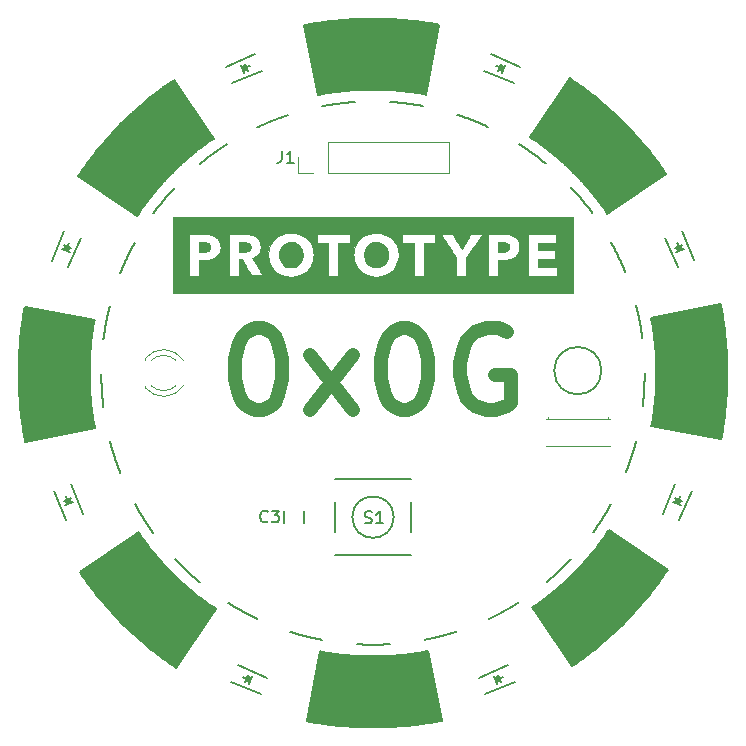
<source format=gto>
G04 #@! TF.FileFunction,Legend,Top*
%FSLAX46Y46*%
G04 Gerber Fmt 4.6, Leading zero omitted, Abs format (unit mm)*
G04 Created by KiCad (PCBNEW 4.0.7) date Thursday, April 26, 2018 'PMt' 01:22:00 PM*
%MOMM*%
%LPD*%
G01*
G04 APERTURE LIST*
%ADD10C,0.100000*%
%ADD11C,1.200000*%
%ADD12C,0.150000*%
%ADD13C,0.120000*%
%ADD14C,0.010000*%
G04 APERTURE END LIST*
D10*
D11*
X90000000Y-96166667D02*
X90666667Y-96166667D01*
X91333333Y-96500000D01*
X91666667Y-96833333D01*
X92000000Y-97500000D01*
X92333333Y-98833333D01*
X92333333Y-100500000D01*
X92000000Y-101833333D01*
X91666667Y-102500000D01*
X91333333Y-102833333D01*
X90666667Y-103166667D01*
X90000000Y-103166667D01*
X89333333Y-102833333D01*
X89000000Y-102500000D01*
X88666667Y-101833333D01*
X88333333Y-100500000D01*
X88333333Y-98833333D01*
X88666667Y-97500000D01*
X89000000Y-96833333D01*
X89333333Y-96500000D01*
X90000000Y-96166667D01*
X94666667Y-103166667D02*
X98333334Y-98500000D01*
X94666667Y-98500000D02*
X98333334Y-103166667D01*
X102333334Y-96166667D02*
X103000001Y-96166667D01*
X103666667Y-96500000D01*
X104000001Y-96833333D01*
X104333334Y-97500000D01*
X104666667Y-98833333D01*
X104666667Y-100500000D01*
X104333334Y-101833333D01*
X104000001Y-102500000D01*
X103666667Y-102833333D01*
X103000001Y-103166667D01*
X102333334Y-103166667D01*
X101666667Y-102833333D01*
X101333334Y-102500000D01*
X101000001Y-101833333D01*
X100666667Y-100500000D01*
X100666667Y-98833333D01*
X101000001Y-97500000D01*
X101333334Y-96833333D01*
X101666667Y-96500000D01*
X102333334Y-96166667D01*
X111333334Y-96500000D02*
X110666668Y-96166667D01*
X109666668Y-96166667D01*
X108666668Y-96500000D01*
X108000001Y-97166667D01*
X107666668Y-97833333D01*
X107333334Y-99166667D01*
X107333334Y-100166667D01*
X107666668Y-101500000D01*
X108000001Y-102166667D01*
X108666668Y-102833333D01*
X109666668Y-103166667D01*
X110333334Y-103166667D01*
X111333334Y-102833333D01*
X111666668Y-102500000D01*
X111666668Y-100166667D01*
X110333334Y-100166667D01*
D12*
X92500000Y-111700000D02*
X92500000Y-112700000D01*
X94200000Y-112700000D02*
X94200000Y-111700000D01*
X91055220Y-125789384D02*
X88560745Y-124756139D01*
X90481195Y-127175203D02*
X87986720Y-126141958D01*
X89439790Y-125769686D02*
X89344120Y-126000656D01*
X89344120Y-126000656D02*
X89540104Y-125919477D01*
X89479419Y-126327297D02*
X89747297Y-125680581D01*
X89290000Y-125870000D02*
X88966642Y-125736061D01*
X89613358Y-126003939D02*
X89156061Y-126193358D01*
X89156061Y-126193358D02*
X89423939Y-125546642D01*
X89423939Y-125546642D02*
X89613358Y-126003939D01*
X74210616Y-91055220D02*
X75243861Y-88560745D01*
X72824797Y-90481195D02*
X73858042Y-87986720D01*
X74230314Y-89439790D02*
X73999344Y-89344120D01*
X73999344Y-89344120D02*
X74080523Y-89540104D01*
X73672703Y-89479419D02*
X74319419Y-89747297D01*
X74130000Y-89290000D02*
X74263939Y-88966642D01*
X73996061Y-89613358D02*
X73806642Y-89156061D01*
X73806642Y-89156061D02*
X74453358Y-89423939D01*
X74453358Y-89423939D02*
X73996061Y-89613358D01*
X112485220Y-74049384D02*
X109990745Y-73016139D01*
X111911195Y-75435203D02*
X109416720Y-74401958D01*
X110869790Y-74029686D02*
X110774120Y-74260656D01*
X110774120Y-74260656D02*
X110970104Y-74179477D01*
X110909419Y-74587297D02*
X111177297Y-73940581D01*
X110720000Y-74130000D02*
X110396642Y-73996061D01*
X111043358Y-74263939D02*
X110586061Y-74453358D01*
X110586061Y-74453358D02*
X110853939Y-73806642D01*
X110853939Y-73806642D02*
X111043358Y-74263939D01*
X88088805Y-75435203D02*
X90583280Y-74401958D01*
X87514780Y-74049384D02*
X90009255Y-73016139D01*
X89245015Y-74306850D02*
X89149344Y-74075880D01*
X89149344Y-74075880D02*
X89068164Y-74271865D01*
X88822703Y-73940581D02*
X89090581Y-74587297D01*
X89280000Y-74130000D02*
X89603358Y-73996061D01*
X88956642Y-74263939D02*
X89146061Y-73806642D01*
X89146061Y-73806642D02*
X89413939Y-74453358D01*
X89413939Y-74453358D02*
X88956642Y-74263939D01*
X75435203Y-111911195D02*
X74401958Y-109416720D01*
X74049384Y-112485220D02*
X73016139Y-109990745D01*
X74306850Y-110754985D02*
X74075880Y-110850656D01*
X74075880Y-110850656D02*
X74271865Y-110931836D01*
X73940581Y-111177297D02*
X74587297Y-110909419D01*
X74130000Y-110720000D02*
X73996061Y-110396642D01*
X74263939Y-111043358D02*
X73806642Y-110853939D01*
X73806642Y-110853939D02*
X74453358Y-110586061D01*
X74453358Y-110586061D02*
X74263939Y-111043358D01*
X125950616Y-112475220D02*
X126983861Y-109980745D01*
X124564797Y-111901195D02*
X125598042Y-109406720D01*
X125970314Y-110859790D02*
X125739344Y-110764120D01*
X125739344Y-110764120D02*
X125820523Y-110960104D01*
X125412703Y-110899419D02*
X126059419Y-111167297D01*
X125870000Y-110710000D02*
X126003939Y-110386642D01*
X125736061Y-111033358D02*
X125546642Y-110576061D01*
X125546642Y-110576061D02*
X126193358Y-110843939D01*
X126193358Y-110843939D02*
X125736061Y-111033358D01*
X127175203Y-90471195D02*
X126141958Y-87976720D01*
X125789384Y-91045220D02*
X124756139Y-88550745D01*
X126046850Y-89314985D02*
X125815880Y-89410656D01*
X125815880Y-89410656D02*
X126011865Y-89491836D01*
X125680581Y-89737297D02*
X126327297Y-89469419D01*
X125870000Y-89280000D02*
X125736061Y-88956642D01*
X126003939Y-89603358D02*
X125546642Y-89413939D01*
X125546642Y-89413939D02*
X126193358Y-89146061D01*
X126193358Y-89146061D02*
X126003939Y-89603358D01*
X109518805Y-127175203D02*
X112013280Y-126141958D01*
X108944780Y-125789384D02*
X111439255Y-124756139D01*
X110675015Y-126046850D02*
X110579344Y-125815880D01*
X110579344Y-125815880D02*
X110498164Y-126011865D01*
X110252703Y-125680581D02*
X110520581Y-126327297D01*
X110710000Y-125870000D02*
X111033358Y-125736061D01*
X110386642Y-126003939D02*
X110576061Y-125546642D01*
X110576061Y-125546642D02*
X110843939Y-126193358D01*
X110843939Y-126193358D02*
X110386642Y-126003939D01*
D13*
X83942335Y-98921392D02*
G75*
G03X80710000Y-98764484I-1672335J-1078608D01*
G01*
X83942335Y-101078608D02*
G75*
G02X80710000Y-101235516I-1672335J1078608D01*
G01*
X83311130Y-98920163D02*
G75*
G03X81229039Y-98920000I-1041130J-1079837D01*
G01*
X83311130Y-101079837D02*
G75*
G02X81229039Y-101080000I-1041130J1079837D01*
G01*
X80710000Y-98764000D02*
X80710000Y-98920000D01*
X80710000Y-101080000D02*
X80710000Y-101236000D01*
X106430000Y-83080000D02*
X106430000Y-80420000D01*
X96210000Y-83080000D02*
X106430000Y-83080000D01*
X96210000Y-80420000D02*
X106430000Y-80420000D01*
X96210000Y-83080000D02*
X96210000Y-80420000D01*
X94940000Y-83080000D02*
X93610000Y-83080000D01*
X93610000Y-83080000D02*
X93610000Y-81750000D01*
D12*
X101750714Y-112200000D02*
G75*
G03X101750714Y-112200000I-1750714J0D01*
G01*
X103225000Y-108975000D02*
X103225000Y-109000000D01*
X103225000Y-115425000D02*
X103225000Y-115400000D01*
X96775000Y-115425000D02*
X96775000Y-115400000D01*
X96775000Y-109000000D02*
X96775000Y-108975000D01*
X103225000Y-110900000D02*
X103225000Y-113500000D01*
X96775000Y-108975000D02*
X103225000Y-108975000D01*
X96775000Y-110900000D02*
X96775000Y-113500000D01*
X96775000Y-115425000D02*
X103225000Y-115425000D01*
G36*
X116667107Y-75055912D02*
X116862501Y-75187583D01*
X117056856Y-75320784D01*
X117250158Y-75455508D01*
X117442396Y-75591747D01*
X117633558Y-75729490D01*
X117823632Y-75868731D01*
X118012607Y-76009460D01*
X118200471Y-76151669D01*
X118387212Y-76295350D01*
X118572818Y-76440492D01*
X118757280Y-76587088D01*
X118940584Y-76735128D01*
X119122720Y-76884603D01*
X119303676Y-77035504D01*
X119483441Y-77187821D01*
X119662005Y-77341546D01*
X119839356Y-77496668D01*
X120015483Y-77653178D01*
X120190375Y-77811067D01*
X120364022Y-77970325D01*
X120536413Y-78130941D01*
X120707537Y-78292907D01*
X120877384Y-78456211D01*
X121045943Y-78620844D01*
X121213203Y-78786797D01*
X121379156Y-78954057D01*
X121543789Y-79122616D01*
X121707093Y-79292463D01*
X121869059Y-79463587D01*
X122029675Y-79635978D01*
X122188933Y-79809625D01*
X122346822Y-79984517D01*
X122503332Y-80160644D01*
X122658454Y-80337995D01*
X122812179Y-80516559D01*
X122964496Y-80696324D01*
X123115397Y-80877280D01*
X123264872Y-81059416D01*
X123412912Y-81242720D01*
X123559508Y-81427182D01*
X123704650Y-81612788D01*
X123848331Y-81799529D01*
X123990540Y-81987393D01*
X124131269Y-82176368D01*
X124270510Y-82366442D01*
X124408253Y-82557604D01*
X124544492Y-82749842D01*
X124679216Y-82943144D01*
X124812417Y-83137499D01*
X119849934Y-86509999D01*
X119743372Y-86354516D01*
X119635593Y-86199874D01*
X119526603Y-86046084D01*
X119416408Y-85893154D01*
X119305015Y-85741094D01*
X119192432Y-85589915D01*
X119078664Y-85439624D01*
X118963720Y-85290231D01*
X118847606Y-85141745D01*
X118730330Y-84994176D01*
X118611898Y-84847533D01*
X118492318Y-84701824D01*
X118371597Y-84557059D01*
X118249743Y-84413247D01*
X118126763Y-84270396D01*
X118002666Y-84128515D01*
X117877457Y-83987614D01*
X117751146Y-83847700D01*
X117623740Y-83708782D01*
X117495247Y-83570869D01*
X117365675Y-83433970D01*
X117235031Y-83298093D01*
X117103324Y-83163246D01*
X116970563Y-83029437D01*
X116836754Y-82896676D01*
X116701907Y-82764969D01*
X116566030Y-82634325D01*
X116429131Y-82504753D01*
X116291218Y-82376260D01*
X116152300Y-82248854D01*
X116012386Y-82122543D01*
X115871485Y-81997334D01*
X115729604Y-81873237D01*
X115586753Y-81750257D01*
X115442941Y-81628403D01*
X115298176Y-81507682D01*
X115152467Y-81388102D01*
X115005824Y-81269670D01*
X114858255Y-81152394D01*
X114709769Y-81036280D01*
X114560376Y-80921336D01*
X114410085Y-80807568D01*
X114258906Y-80694985D01*
X114106846Y-80583592D01*
X113953916Y-80473397D01*
X113800126Y-80364407D01*
X113645484Y-80256628D01*
X113490001Y-80150066D01*
X113333686Y-80044729D01*
X116667107Y-75055912D01*
G37*
X116667107Y-75055912D02*
X116862501Y-75187583D01*
X117056856Y-75320784D01*
X117250158Y-75455508D01*
X117442396Y-75591747D01*
X117633558Y-75729490D01*
X117823632Y-75868731D01*
X118012607Y-76009460D01*
X118200471Y-76151669D01*
X118387212Y-76295350D01*
X118572818Y-76440492D01*
X118757280Y-76587088D01*
X118940584Y-76735128D01*
X119122720Y-76884603D01*
X119303676Y-77035504D01*
X119483441Y-77187821D01*
X119662005Y-77341546D01*
X119839356Y-77496668D01*
X120015483Y-77653178D01*
X120190375Y-77811067D01*
X120364022Y-77970325D01*
X120536413Y-78130941D01*
X120707537Y-78292907D01*
X120877384Y-78456211D01*
X121045943Y-78620844D01*
X121213203Y-78786797D01*
X121379156Y-78954057D01*
X121543789Y-79122616D01*
X121707093Y-79292463D01*
X121869059Y-79463587D01*
X122029675Y-79635978D01*
X122188933Y-79809625D01*
X122346822Y-79984517D01*
X122503332Y-80160644D01*
X122658454Y-80337995D01*
X122812179Y-80516559D01*
X122964496Y-80696324D01*
X123115397Y-80877280D01*
X123264872Y-81059416D01*
X123412912Y-81242720D01*
X123559508Y-81427182D01*
X123704650Y-81612788D01*
X123848331Y-81799529D01*
X123990540Y-81987393D01*
X124131269Y-82176368D01*
X124270510Y-82366442D01*
X124408253Y-82557604D01*
X124544492Y-82749842D01*
X124679216Y-82943144D01*
X124812417Y-83137499D01*
X119849934Y-86509999D01*
X119743372Y-86354516D01*
X119635593Y-86199874D01*
X119526603Y-86046084D01*
X119416408Y-85893154D01*
X119305015Y-85741094D01*
X119192432Y-85589915D01*
X119078664Y-85439624D01*
X118963720Y-85290231D01*
X118847606Y-85141745D01*
X118730330Y-84994176D01*
X118611898Y-84847533D01*
X118492318Y-84701824D01*
X118371597Y-84557059D01*
X118249743Y-84413247D01*
X118126763Y-84270396D01*
X118002666Y-84128515D01*
X117877457Y-83987614D01*
X117751146Y-83847700D01*
X117623740Y-83708782D01*
X117495247Y-83570869D01*
X117365675Y-83433970D01*
X117235031Y-83298093D01*
X117103324Y-83163246D01*
X116970563Y-83029437D01*
X116836754Y-82896676D01*
X116701907Y-82764969D01*
X116566030Y-82634325D01*
X116429131Y-82504753D01*
X116291218Y-82376260D01*
X116152300Y-82248854D01*
X116012386Y-82122543D01*
X115871485Y-81997334D01*
X115729604Y-81873237D01*
X115586753Y-81750257D01*
X115442941Y-81628403D01*
X115298176Y-81507682D01*
X115152467Y-81388102D01*
X115005824Y-81269670D01*
X114858255Y-81152394D01*
X114709769Y-81036280D01*
X114560376Y-80921336D01*
X114410085Y-80807568D01*
X114258906Y-80694985D01*
X114106846Y-80583592D01*
X113953916Y-80473397D01*
X113800126Y-80364407D01*
X113645484Y-80256628D01*
X113490001Y-80150066D01*
X113333686Y-80044729D01*
X116667107Y-75055912D01*
G36*
X129423558Y-94147290D02*
X129468618Y-94378561D01*
X129511859Y-94610178D01*
X129553280Y-94842127D01*
X129592878Y-95074395D01*
X129630650Y-95306966D01*
X129666595Y-95539827D01*
X129700710Y-95772963D01*
X129732992Y-96006360D01*
X129763441Y-96240003D01*
X129792054Y-96473878D01*
X129818829Y-96707971D01*
X129843764Y-96942266D01*
X129866859Y-97176751D01*
X129888111Y-97411409D01*
X129907520Y-97646227D01*
X129925084Y-97881190D01*
X129940802Y-98116284D01*
X129954673Y-98351495D01*
X129966696Y-98586806D01*
X129976871Y-98822206D01*
X129985197Y-99057677D01*
X129991673Y-99293207D01*
X129996299Y-99528780D01*
X129999075Y-99764383D01*
X130000000Y-100000000D01*
X129999075Y-100235617D01*
X129996299Y-100471220D01*
X129991673Y-100706793D01*
X129985197Y-100942323D01*
X129976871Y-101177794D01*
X129966696Y-101413194D01*
X129954673Y-101648505D01*
X129940802Y-101883716D01*
X129925084Y-102118810D01*
X129907520Y-102353773D01*
X129888111Y-102588591D01*
X129866859Y-102823249D01*
X129843764Y-103057734D01*
X129818829Y-103292029D01*
X129792054Y-103526122D01*
X129763441Y-103759997D01*
X129732992Y-103993640D01*
X129700710Y-104227037D01*
X129666595Y-104460173D01*
X129630650Y-104693034D01*
X129592878Y-104925605D01*
X129553280Y-105157873D01*
X129511859Y-105389822D01*
X129468618Y-105621439D01*
X123574894Y-104497152D01*
X123609487Y-104311858D01*
X123642624Y-104126298D01*
X123674302Y-103940484D01*
X123704520Y-103754427D01*
X123733276Y-103568138D01*
X123760568Y-103381630D01*
X123786394Y-103194912D01*
X123810753Y-103007998D01*
X123833643Y-102820898D01*
X123855063Y-102633623D01*
X123875011Y-102446187D01*
X123893487Y-102258600D01*
X123910489Y-102070873D01*
X123926016Y-101883018D01*
X123940067Y-101695048D01*
X123952641Y-101506972D01*
X123963738Y-101318804D01*
X123973357Y-101130555D01*
X123981497Y-100942236D01*
X123988157Y-100753858D01*
X123993338Y-100565434D01*
X123997039Y-100376976D01*
X123999260Y-100188494D01*
X124000000Y-100000000D01*
X123999260Y-99811506D01*
X123997039Y-99623024D01*
X123993338Y-99434566D01*
X123988157Y-99246142D01*
X123981497Y-99057764D01*
X123973357Y-98869445D01*
X123963738Y-98681196D01*
X123952641Y-98493028D01*
X123940067Y-98304952D01*
X123926016Y-98116982D01*
X123910489Y-97929127D01*
X123893487Y-97741400D01*
X123875011Y-97553813D01*
X123855063Y-97366377D01*
X123833643Y-97179102D01*
X123810753Y-96992002D01*
X123786394Y-96805088D01*
X123760568Y-96618370D01*
X123733276Y-96431862D01*
X123704520Y-96245573D01*
X123674302Y-96059516D01*
X123642624Y-95873702D01*
X123609487Y-95688142D01*
X123574894Y-95502848D01*
X123538847Y-95317832D01*
X129423558Y-94147290D01*
G37*
X129423558Y-94147290D02*
X129468618Y-94378561D01*
X129511859Y-94610178D01*
X129553280Y-94842127D01*
X129592878Y-95074395D01*
X129630650Y-95306966D01*
X129666595Y-95539827D01*
X129700710Y-95772963D01*
X129732992Y-96006360D01*
X129763441Y-96240003D01*
X129792054Y-96473878D01*
X129818829Y-96707971D01*
X129843764Y-96942266D01*
X129866859Y-97176751D01*
X129888111Y-97411409D01*
X129907520Y-97646227D01*
X129925084Y-97881190D01*
X129940802Y-98116284D01*
X129954673Y-98351495D01*
X129966696Y-98586806D01*
X129976871Y-98822206D01*
X129985197Y-99057677D01*
X129991673Y-99293207D01*
X129996299Y-99528780D01*
X129999075Y-99764383D01*
X130000000Y-100000000D01*
X129999075Y-100235617D01*
X129996299Y-100471220D01*
X129991673Y-100706793D01*
X129985197Y-100942323D01*
X129976871Y-101177794D01*
X129966696Y-101413194D01*
X129954673Y-101648505D01*
X129940802Y-101883716D01*
X129925084Y-102118810D01*
X129907520Y-102353773D01*
X129888111Y-102588591D01*
X129866859Y-102823249D01*
X129843764Y-103057734D01*
X129818829Y-103292029D01*
X129792054Y-103526122D01*
X129763441Y-103759997D01*
X129732992Y-103993640D01*
X129700710Y-104227037D01*
X129666595Y-104460173D01*
X129630650Y-104693034D01*
X129592878Y-104925605D01*
X129553280Y-105157873D01*
X129511859Y-105389822D01*
X129468618Y-105621439D01*
X123574894Y-104497152D01*
X123609487Y-104311858D01*
X123642624Y-104126298D01*
X123674302Y-103940484D01*
X123704520Y-103754427D01*
X123733276Y-103568138D01*
X123760568Y-103381630D01*
X123786394Y-103194912D01*
X123810753Y-103007998D01*
X123833643Y-102820898D01*
X123855063Y-102633623D01*
X123875011Y-102446187D01*
X123893487Y-102258600D01*
X123910489Y-102070873D01*
X123926016Y-101883018D01*
X123940067Y-101695048D01*
X123952641Y-101506972D01*
X123963738Y-101318804D01*
X123973357Y-101130555D01*
X123981497Y-100942236D01*
X123988157Y-100753858D01*
X123993338Y-100565434D01*
X123997039Y-100376976D01*
X123999260Y-100188494D01*
X124000000Y-100000000D01*
X123999260Y-99811506D01*
X123997039Y-99623024D01*
X123993338Y-99434566D01*
X123988157Y-99246142D01*
X123981497Y-99057764D01*
X123973357Y-98869445D01*
X123963738Y-98681196D01*
X123952641Y-98493028D01*
X123940067Y-98304952D01*
X123926016Y-98116982D01*
X123910489Y-97929127D01*
X123893487Y-97741400D01*
X123875011Y-97553813D01*
X123855063Y-97366377D01*
X123833643Y-97179102D01*
X123810753Y-96992002D01*
X123786394Y-96805088D01*
X123760568Y-96618370D01*
X123733276Y-96431862D01*
X123704520Y-96245573D01*
X123674302Y-96059516D01*
X123642624Y-95873702D01*
X123609487Y-95688142D01*
X123574894Y-95502848D01*
X123538847Y-95317832D01*
X129423558Y-94147290D01*
G36*
X124944088Y-116667107D02*
X124812417Y-116862501D01*
X124679216Y-117056856D01*
X124544492Y-117250158D01*
X124408253Y-117442396D01*
X124270510Y-117633558D01*
X124131269Y-117823632D01*
X123990540Y-118012607D01*
X123848331Y-118200471D01*
X123704650Y-118387212D01*
X123559508Y-118572818D01*
X123412912Y-118757280D01*
X123264872Y-118940584D01*
X123115397Y-119122720D01*
X122964496Y-119303676D01*
X122812179Y-119483441D01*
X122658454Y-119662005D01*
X122503332Y-119839356D01*
X122346822Y-120015483D01*
X122188933Y-120190375D01*
X122029675Y-120364022D01*
X121869059Y-120536413D01*
X121707093Y-120707537D01*
X121543789Y-120877384D01*
X121379156Y-121045943D01*
X121213203Y-121213203D01*
X121045943Y-121379156D01*
X120877384Y-121543789D01*
X120707537Y-121707093D01*
X120536413Y-121869059D01*
X120364022Y-122029675D01*
X120190375Y-122188933D01*
X120015483Y-122346822D01*
X119839356Y-122503332D01*
X119662005Y-122658454D01*
X119483441Y-122812179D01*
X119303676Y-122964496D01*
X119122720Y-123115397D01*
X118940584Y-123264872D01*
X118757280Y-123412912D01*
X118572818Y-123559508D01*
X118387212Y-123704650D01*
X118200471Y-123848331D01*
X118012607Y-123990540D01*
X117823632Y-124131269D01*
X117633558Y-124270510D01*
X117442396Y-124408253D01*
X117250158Y-124544492D01*
X117056856Y-124679216D01*
X116862501Y-124812417D01*
X113490001Y-119849934D01*
X113645484Y-119743372D01*
X113800126Y-119635593D01*
X113953916Y-119526603D01*
X114106846Y-119416408D01*
X114258906Y-119305015D01*
X114410085Y-119192432D01*
X114560376Y-119078664D01*
X114709769Y-118963720D01*
X114858255Y-118847606D01*
X115005824Y-118730330D01*
X115152467Y-118611898D01*
X115298176Y-118492318D01*
X115442941Y-118371597D01*
X115586753Y-118249743D01*
X115729604Y-118126763D01*
X115871485Y-118002666D01*
X116012386Y-117877457D01*
X116152300Y-117751146D01*
X116291218Y-117623740D01*
X116429131Y-117495247D01*
X116566030Y-117365675D01*
X116701907Y-117235031D01*
X116836754Y-117103324D01*
X116970563Y-116970563D01*
X117103324Y-116836754D01*
X117235031Y-116701907D01*
X117365675Y-116566030D01*
X117495247Y-116429131D01*
X117623740Y-116291218D01*
X117751146Y-116152300D01*
X117877457Y-116012386D01*
X118002666Y-115871485D01*
X118126763Y-115729604D01*
X118249743Y-115586753D01*
X118371597Y-115442941D01*
X118492318Y-115298176D01*
X118611898Y-115152467D01*
X118730330Y-115005824D01*
X118847606Y-114858255D01*
X118963720Y-114709769D01*
X119078664Y-114560376D01*
X119192432Y-114410085D01*
X119305015Y-114258906D01*
X119416408Y-114106846D01*
X119526603Y-113953916D01*
X119635593Y-113800126D01*
X119743372Y-113645484D01*
X119849934Y-113490001D01*
X119955271Y-113333686D01*
X124944088Y-116667107D01*
G37*
X124944088Y-116667107D02*
X124812417Y-116862501D01*
X124679216Y-117056856D01*
X124544492Y-117250158D01*
X124408253Y-117442396D01*
X124270510Y-117633558D01*
X124131269Y-117823632D01*
X123990540Y-118012607D01*
X123848331Y-118200471D01*
X123704650Y-118387212D01*
X123559508Y-118572818D01*
X123412912Y-118757280D01*
X123264872Y-118940584D01*
X123115397Y-119122720D01*
X122964496Y-119303676D01*
X122812179Y-119483441D01*
X122658454Y-119662005D01*
X122503332Y-119839356D01*
X122346822Y-120015483D01*
X122188933Y-120190375D01*
X122029675Y-120364022D01*
X121869059Y-120536413D01*
X121707093Y-120707537D01*
X121543789Y-120877384D01*
X121379156Y-121045943D01*
X121213203Y-121213203D01*
X121045943Y-121379156D01*
X120877384Y-121543789D01*
X120707537Y-121707093D01*
X120536413Y-121869059D01*
X120364022Y-122029675D01*
X120190375Y-122188933D01*
X120015483Y-122346822D01*
X119839356Y-122503332D01*
X119662005Y-122658454D01*
X119483441Y-122812179D01*
X119303676Y-122964496D01*
X119122720Y-123115397D01*
X118940584Y-123264872D01*
X118757280Y-123412912D01*
X118572818Y-123559508D01*
X118387212Y-123704650D01*
X118200471Y-123848331D01*
X118012607Y-123990540D01*
X117823632Y-124131269D01*
X117633558Y-124270510D01*
X117442396Y-124408253D01*
X117250158Y-124544492D01*
X117056856Y-124679216D01*
X116862501Y-124812417D01*
X113490001Y-119849934D01*
X113645484Y-119743372D01*
X113800126Y-119635593D01*
X113953916Y-119526603D01*
X114106846Y-119416408D01*
X114258906Y-119305015D01*
X114410085Y-119192432D01*
X114560376Y-119078664D01*
X114709769Y-118963720D01*
X114858255Y-118847606D01*
X115005824Y-118730330D01*
X115152467Y-118611898D01*
X115298176Y-118492318D01*
X115442941Y-118371597D01*
X115586753Y-118249743D01*
X115729604Y-118126763D01*
X115871485Y-118002666D01*
X116012386Y-117877457D01*
X116152300Y-117751146D01*
X116291218Y-117623740D01*
X116429131Y-117495247D01*
X116566030Y-117365675D01*
X116701907Y-117235031D01*
X116836754Y-117103324D01*
X116970563Y-116970563D01*
X117103324Y-116836754D01*
X117235031Y-116701907D01*
X117365675Y-116566030D01*
X117495247Y-116429131D01*
X117623740Y-116291218D01*
X117751146Y-116152300D01*
X117877457Y-116012386D01*
X118002666Y-115871485D01*
X118126763Y-115729604D01*
X118249743Y-115586753D01*
X118371597Y-115442941D01*
X118492318Y-115298176D01*
X118611898Y-115152467D01*
X118730330Y-115005824D01*
X118847606Y-114858255D01*
X118963720Y-114709769D01*
X119078664Y-114560376D01*
X119192432Y-114410085D01*
X119305015Y-114258906D01*
X119416408Y-114106846D01*
X119526603Y-113953916D01*
X119635593Y-113800126D01*
X119743372Y-113645484D01*
X119849934Y-113490001D01*
X119955271Y-113333686D01*
X124944088Y-116667107D01*
G36*
X105852710Y-129423558D02*
X105621439Y-129468618D01*
X105389822Y-129511859D01*
X105157873Y-129553280D01*
X104925605Y-129592878D01*
X104693034Y-129630650D01*
X104460173Y-129666595D01*
X104227037Y-129700710D01*
X103993640Y-129732992D01*
X103759997Y-129763441D01*
X103526122Y-129792054D01*
X103292029Y-129818829D01*
X103057734Y-129843764D01*
X102823249Y-129866859D01*
X102588591Y-129888111D01*
X102353773Y-129907520D01*
X102118810Y-129925084D01*
X101883716Y-129940802D01*
X101648505Y-129954673D01*
X101413194Y-129966696D01*
X101177794Y-129976871D01*
X100942323Y-129985197D01*
X100706793Y-129991673D01*
X100471220Y-129996299D01*
X100235617Y-129999075D01*
X100000000Y-130000000D01*
X99764383Y-129999075D01*
X99528780Y-129996299D01*
X99293207Y-129991673D01*
X99057677Y-129985197D01*
X98822206Y-129976871D01*
X98586806Y-129966696D01*
X98351495Y-129954673D01*
X98116284Y-129940802D01*
X97881190Y-129925084D01*
X97646227Y-129907520D01*
X97411409Y-129888111D01*
X97176751Y-129866859D01*
X96942266Y-129843764D01*
X96707971Y-129818829D01*
X96473878Y-129792054D01*
X96240003Y-129763441D01*
X96006360Y-129732992D01*
X95772963Y-129700710D01*
X95539827Y-129666595D01*
X95306966Y-129630650D01*
X95074395Y-129592878D01*
X94842127Y-129553280D01*
X94610178Y-129511859D01*
X94378561Y-129468618D01*
X95502848Y-123574894D01*
X95688142Y-123609487D01*
X95873702Y-123642624D01*
X96059516Y-123674302D01*
X96245573Y-123704520D01*
X96431862Y-123733276D01*
X96618370Y-123760568D01*
X96805088Y-123786394D01*
X96992002Y-123810753D01*
X97179102Y-123833643D01*
X97366377Y-123855063D01*
X97553813Y-123875011D01*
X97741400Y-123893487D01*
X97929127Y-123910489D01*
X98116982Y-123926016D01*
X98304952Y-123940067D01*
X98493028Y-123952641D01*
X98681196Y-123963738D01*
X98869445Y-123973357D01*
X99057764Y-123981497D01*
X99246142Y-123988157D01*
X99434566Y-123993338D01*
X99623024Y-123997039D01*
X99811506Y-123999260D01*
X100000000Y-124000000D01*
X100188494Y-123999260D01*
X100376976Y-123997039D01*
X100565434Y-123993338D01*
X100753858Y-123988157D01*
X100942236Y-123981497D01*
X101130555Y-123973357D01*
X101318804Y-123963738D01*
X101506972Y-123952641D01*
X101695048Y-123940067D01*
X101883018Y-123926016D01*
X102070873Y-123910489D01*
X102258600Y-123893487D01*
X102446187Y-123875011D01*
X102633623Y-123855063D01*
X102820898Y-123833643D01*
X103007998Y-123810753D01*
X103194912Y-123786394D01*
X103381630Y-123760568D01*
X103568138Y-123733276D01*
X103754427Y-123704520D01*
X103940484Y-123674302D01*
X104126298Y-123642624D01*
X104311858Y-123609487D01*
X104497152Y-123574894D01*
X104682168Y-123538847D01*
X105852710Y-129423558D01*
G37*
X105852710Y-129423558D02*
X105621439Y-129468618D01*
X105389822Y-129511859D01*
X105157873Y-129553280D01*
X104925605Y-129592878D01*
X104693034Y-129630650D01*
X104460173Y-129666595D01*
X104227037Y-129700710D01*
X103993640Y-129732992D01*
X103759997Y-129763441D01*
X103526122Y-129792054D01*
X103292029Y-129818829D01*
X103057734Y-129843764D01*
X102823249Y-129866859D01*
X102588591Y-129888111D01*
X102353773Y-129907520D01*
X102118810Y-129925084D01*
X101883716Y-129940802D01*
X101648505Y-129954673D01*
X101413194Y-129966696D01*
X101177794Y-129976871D01*
X100942323Y-129985197D01*
X100706793Y-129991673D01*
X100471220Y-129996299D01*
X100235617Y-129999075D01*
X100000000Y-130000000D01*
X99764383Y-129999075D01*
X99528780Y-129996299D01*
X99293207Y-129991673D01*
X99057677Y-129985197D01*
X98822206Y-129976871D01*
X98586806Y-129966696D01*
X98351495Y-129954673D01*
X98116284Y-129940802D01*
X97881190Y-129925084D01*
X97646227Y-129907520D01*
X97411409Y-129888111D01*
X97176751Y-129866859D01*
X96942266Y-129843764D01*
X96707971Y-129818829D01*
X96473878Y-129792054D01*
X96240003Y-129763441D01*
X96006360Y-129732992D01*
X95772963Y-129700710D01*
X95539827Y-129666595D01*
X95306966Y-129630650D01*
X95074395Y-129592878D01*
X94842127Y-129553280D01*
X94610178Y-129511859D01*
X94378561Y-129468618D01*
X95502848Y-123574894D01*
X95688142Y-123609487D01*
X95873702Y-123642624D01*
X96059516Y-123674302D01*
X96245573Y-123704520D01*
X96431862Y-123733276D01*
X96618370Y-123760568D01*
X96805088Y-123786394D01*
X96992002Y-123810753D01*
X97179102Y-123833643D01*
X97366377Y-123855063D01*
X97553813Y-123875011D01*
X97741400Y-123893487D01*
X97929127Y-123910489D01*
X98116982Y-123926016D01*
X98304952Y-123940067D01*
X98493028Y-123952641D01*
X98681196Y-123963738D01*
X98869445Y-123973357D01*
X99057764Y-123981497D01*
X99246142Y-123988157D01*
X99434566Y-123993338D01*
X99623024Y-123997039D01*
X99811506Y-123999260D01*
X100000000Y-124000000D01*
X100188494Y-123999260D01*
X100376976Y-123997039D01*
X100565434Y-123993338D01*
X100753858Y-123988157D01*
X100942236Y-123981497D01*
X101130555Y-123973357D01*
X101318804Y-123963738D01*
X101506972Y-123952641D01*
X101695048Y-123940067D01*
X101883018Y-123926016D01*
X102070873Y-123910489D01*
X102258600Y-123893487D01*
X102446187Y-123875011D01*
X102633623Y-123855063D01*
X102820898Y-123833643D01*
X103007998Y-123810753D01*
X103194912Y-123786394D01*
X103381630Y-123760568D01*
X103568138Y-123733276D01*
X103754427Y-123704520D01*
X103940484Y-123674302D01*
X104126298Y-123642624D01*
X104311858Y-123609487D01*
X104497152Y-123574894D01*
X104682168Y-123538847D01*
X105852710Y-129423558D01*
G36*
X83332893Y-124944088D02*
X83137499Y-124812417D01*
X82943144Y-124679216D01*
X82749842Y-124544492D01*
X82557604Y-124408253D01*
X82366442Y-124270510D01*
X82176368Y-124131269D01*
X81987393Y-123990540D01*
X81799529Y-123848331D01*
X81612788Y-123704650D01*
X81427182Y-123559508D01*
X81242720Y-123412912D01*
X81059416Y-123264872D01*
X80877280Y-123115397D01*
X80696324Y-122964496D01*
X80516559Y-122812179D01*
X80337995Y-122658454D01*
X80160644Y-122503332D01*
X79984517Y-122346822D01*
X79809625Y-122188933D01*
X79635978Y-122029675D01*
X79463587Y-121869059D01*
X79292463Y-121707093D01*
X79122616Y-121543789D01*
X78954057Y-121379156D01*
X78786797Y-121213203D01*
X78620844Y-121045943D01*
X78456211Y-120877384D01*
X78292907Y-120707537D01*
X78130941Y-120536413D01*
X77970325Y-120364022D01*
X77811067Y-120190375D01*
X77653178Y-120015483D01*
X77496668Y-119839356D01*
X77341546Y-119662005D01*
X77187821Y-119483441D01*
X77035504Y-119303676D01*
X76884603Y-119122720D01*
X76735128Y-118940584D01*
X76587088Y-118757280D01*
X76440492Y-118572818D01*
X76295350Y-118387212D01*
X76151669Y-118200471D01*
X76009460Y-118012607D01*
X75868731Y-117823632D01*
X75729490Y-117633558D01*
X75591747Y-117442396D01*
X75455508Y-117250158D01*
X75320784Y-117056856D01*
X75187583Y-116862501D01*
X80150066Y-113490001D01*
X80256628Y-113645484D01*
X80364407Y-113800126D01*
X80473397Y-113953916D01*
X80583592Y-114106846D01*
X80694985Y-114258906D01*
X80807568Y-114410085D01*
X80921336Y-114560376D01*
X81036280Y-114709769D01*
X81152394Y-114858255D01*
X81269670Y-115005824D01*
X81388102Y-115152467D01*
X81507682Y-115298176D01*
X81628403Y-115442941D01*
X81750257Y-115586753D01*
X81873237Y-115729604D01*
X81997334Y-115871485D01*
X82122543Y-116012386D01*
X82248854Y-116152300D01*
X82376260Y-116291218D01*
X82504753Y-116429131D01*
X82634325Y-116566030D01*
X82764969Y-116701907D01*
X82896676Y-116836754D01*
X83029437Y-116970563D01*
X83163246Y-117103324D01*
X83298093Y-117235031D01*
X83433970Y-117365675D01*
X83570869Y-117495247D01*
X83708782Y-117623740D01*
X83847700Y-117751146D01*
X83987614Y-117877457D01*
X84128515Y-118002666D01*
X84270396Y-118126763D01*
X84413247Y-118249743D01*
X84557059Y-118371597D01*
X84701824Y-118492318D01*
X84847533Y-118611898D01*
X84994176Y-118730330D01*
X85141745Y-118847606D01*
X85290231Y-118963720D01*
X85439624Y-119078664D01*
X85589915Y-119192432D01*
X85741094Y-119305015D01*
X85893154Y-119416408D01*
X86046084Y-119526603D01*
X86199874Y-119635593D01*
X86354516Y-119743372D01*
X86509999Y-119849934D01*
X86666314Y-119955271D01*
X83332893Y-124944088D01*
G37*
X83332893Y-124944088D02*
X83137499Y-124812417D01*
X82943144Y-124679216D01*
X82749842Y-124544492D01*
X82557604Y-124408253D01*
X82366442Y-124270510D01*
X82176368Y-124131269D01*
X81987393Y-123990540D01*
X81799529Y-123848331D01*
X81612788Y-123704650D01*
X81427182Y-123559508D01*
X81242720Y-123412912D01*
X81059416Y-123264872D01*
X80877280Y-123115397D01*
X80696324Y-122964496D01*
X80516559Y-122812179D01*
X80337995Y-122658454D01*
X80160644Y-122503332D01*
X79984517Y-122346822D01*
X79809625Y-122188933D01*
X79635978Y-122029675D01*
X79463587Y-121869059D01*
X79292463Y-121707093D01*
X79122616Y-121543789D01*
X78954057Y-121379156D01*
X78786797Y-121213203D01*
X78620844Y-121045943D01*
X78456211Y-120877384D01*
X78292907Y-120707537D01*
X78130941Y-120536413D01*
X77970325Y-120364022D01*
X77811067Y-120190375D01*
X77653178Y-120015483D01*
X77496668Y-119839356D01*
X77341546Y-119662005D01*
X77187821Y-119483441D01*
X77035504Y-119303676D01*
X76884603Y-119122720D01*
X76735128Y-118940584D01*
X76587088Y-118757280D01*
X76440492Y-118572818D01*
X76295350Y-118387212D01*
X76151669Y-118200471D01*
X76009460Y-118012607D01*
X75868731Y-117823632D01*
X75729490Y-117633558D01*
X75591747Y-117442396D01*
X75455508Y-117250158D01*
X75320784Y-117056856D01*
X75187583Y-116862501D01*
X80150066Y-113490001D01*
X80256628Y-113645484D01*
X80364407Y-113800126D01*
X80473397Y-113953916D01*
X80583592Y-114106846D01*
X80694985Y-114258906D01*
X80807568Y-114410085D01*
X80921336Y-114560376D01*
X81036280Y-114709769D01*
X81152394Y-114858255D01*
X81269670Y-115005824D01*
X81388102Y-115152467D01*
X81507682Y-115298176D01*
X81628403Y-115442941D01*
X81750257Y-115586753D01*
X81873237Y-115729604D01*
X81997334Y-115871485D01*
X82122543Y-116012386D01*
X82248854Y-116152300D01*
X82376260Y-116291218D01*
X82504753Y-116429131D01*
X82634325Y-116566030D01*
X82764969Y-116701907D01*
X82896676Y-116836754D01*
X83029437Y-116970563D01*
X83163246Y-117103324D01*
X83298093Y-117235031D01*
X83433970Y-117365675D01*
X83570869Y-117495247D01*
X83708782Y-117623740D01*
X83847700Y-117751146D01*
X83987614Y-117877457D01*
X84128515Y-118002666D01*
X84270396Y-118126763D01*
X84413247Y-118249743D01*
X84557059Y-118371597D01*
X84701824Y-118492318D01*
X84847533Y-118611898D01*
X84994176Y-118730330D01*
X85141745Y-118847606D01*
X85290231Y-118963720D01*
X85439624Y-119078664D01*
X85589915Y-119192432D01*
X85741094Y-119305015D01*
X85893154Y-119416408D01*
X86046084Y-119526603D01*
X86199874Y-119635593D01*
X86354516Y-119743372D01*
X86509999Y-119849934D01*
X86666314Y-119955271D01*
X83332893Y-124944088D01*
G36*
X70576442Y-105852710D02*
X70531382Y-105621439D01*
X70488141Y-105389822D01*
X70446720Y-105157873D01*
X70407122Y-104925605D01*
X70369350Y-104693034D01*
X70333405Y-104460173D01*
X70299290Y-104227037D01*
X70267008Y-103993640D01*
X70236559Y-103759997D01*
X70207946Y-103526122D01*
X70181171Y-103292029D01*
X70156236Y-103057734D01*
X70133141Y-102823249D01*
X70111889Y-102588591D01*
X70092480Y-102353773D01*
X70074916Y-102118810D01*
X70059198Y-101883716D01*
X70045327Y-101648505D01*
X70033304Y-101413194D01*
X70023129Y-101177794D01*
X70014803Y-100942323D01*
X70008327Y-100706793D01*
X70003701Y-100471220D01*
X70000925Y-100235617D01*
X70000000Y-100000000D01*
X70000925Y-99764383D01*
X70003701Y-99528780D01*
X70008327Y-99293207D01*
X70014803Y-99057677D01*
X70023129Y-98822206D01*
X70033304Y-98586806D01*
X70045327Y-98351495D01*
X70059198Y-98116284D01*
X70074916Y-97881190D01*
X70092480Y-97646227D01*
X70111889Y-97411409D01*
X70133141Y-97176751D01*
X70156236Y-96942266D01*
X70181171Y-96707971D01*
X70207946Y-96473878D01*
X70236559Y-96240003D01*
X70267008Y-96006360D01*
X70299290Y-95772963D01*
X70333405Y-95539827D01*
X70369350Y-95306966D01*
X70407122Y-95074395D01*
X70446720Y-94842127D01*
X70488141Y-94610178D01*
X70531382Y-94378561D01*
X76425106Y-95502848D01*
X76390513Y-95688142D01*
X76357376Y-95873702D01*
X76325698Y-96059516D01*
X76295480Y-96245573D01*
X76266724Y-96431862D01*
X76239432Y-96618370D01*
X76213606Y-96805088D01*
X76189247Y-96992002D01*
X76166357Y-97179102D01*
X76144937Y-97366377D01*
X76124989Y-97553813D01*
X76106513Y-97741400D01*
X76089511Y-97929127D01*
X76073984Y-98116982D01*
X76059933Y-98304952D01*
X76047359Y-98493028D01*
X76036262Y-98681196D01*
X76026643Y-98869445D01*
X76018503Y-99057764D01*
X76011843Y-99246142D01*
X76006662Y-99434566D01*
X76002961Y-99623024D01*
X76000740Y-99811506D01*
X76000000Y-100000000D01*
X76000740Y-100188494D01*
X76002961Y-100376976D01*
X76006662Y-100565434D01*
X76011843Y-100753858D01*
X76018503Y-100942236D01*
X76026643Y-101130555D01*
X76036262Y-101318804D01*
X76047359Y-101506972D01*
X76059933Y-101695048D01*
X76073984Y-101883018D01*
X76089511Y-102070873D01*
X76106513Y-102258600D01*
X76124989Y-102446187D01*
X76144937Y-102633623D01*
X76166357Y-102820898D01*
X76189247Y-103007998D01*
X76213606Y-103194912D01*
X76239432Y-103381630D01*
X76266724Y-103568138D01*
X76295480Y-103754427D01*
X76325698Y-103940484D01*
X76357376Y-104126298D01*
X76390513Y-104311858D01*
X76425106Y-104497152D01*
X76461153Y-104682168D01*
X70576442Y-105852710D01*
G37*
X70576442Y-105852710D02*
X70531382Y-105621439D01*
X70488141Y-105389822D01*
X70446720Y-105157873D01*
X70407122Y-104925605D01*
X70369350Y-104693034D01*
X70333405Y-104460173D01*
X70299290Y-104227037D01*
X70267008Y-103993640D01*
X70236559Y-103759997D01*
X70207946Y-103526122D01*
X70181171Y-103292029D01*
X70156236Y-103057734D01*
X70133141Y-102823249D01*
X70111889Y-102588591D01*
X70092480Y-102353773D01*
X70074916Y-102118810D01*
X70059198Y-101883716D01*
X70045327Y-101648505D01*
X70033304Y-101413194D01*
X70023129Y-101177794D01*
X70014803Y-100942323D01*
X70008327Y-100706793D01*
X70003701Y-100471220D01*
X70000925Y-100235617D01*
X70000000Y-100000000D01*
X70000925Y-99764383D01*
X70003701Y-99528780D01*
X70008327Y-99293207D01*
X70014803Y-99057677D01*
X70023129Y-98822206D01*
X70033304Y-98586806D01*
X70045327Y-98351495D01*
X70059198Y-98116284D01*
X70074916Y-97881190D01*
X70092480Y-97646227D01*
X70111889Y-97411409D01*
X70133141Y-97176751D01*
X70156236Y-96942266D01*
X70181171Y-96707971D01*
X70207946Y-96473878D01*
X70236559Y-96240003D01*
X70267008Y-96006360D01*
X70299290Y-95772963D01*
X70333405Y-95539827D01*
X70369350Y-95306966D01*
X70407122Y-95074395D01*
X70446720Y-94842127D01*
X70488141Y-94610178D01*
X70531382Y-94378561D01*
X76425106Y-95502848D01*
X76390513Y-95688142D01*
X76357376Y-95873702D01*
X76325698Y-96059516D01*
X76295480Y-96245573D01*
X76266724Y-96431862D01*
X76239432Y-96618370D01*
X76213606Y-96805088D01*
X76189247Y-96992002D01*
X76166357Y-97179102D01*
X76144937Y-97366377D01*
X76124989Y-97553813D01*
X76106513Y-97741400D01*
X76089511Y-97929127D01*
X76073984Y-98116982D01*
X76059933Y-98304952D01*
X76047359Y-98493028D01*
X76036262Y-98681196D01*
X76026643Y-98869445D01*
X76018503Y-99057764D01*
X76011843Y-99246142D01*
X76006662Y-99434566D01*
X76002961Y-99623024D01*
X76000740Y-99811506D01*
X76000000Y-100000000D01*
X76000740Y-100188494D01*
X76002961Y-100376976D01*
X76006662Y-100565434D01*
X76011843Y-100753858D01*
X76018503Y-100942236D01*
X76026643Y-101130555D01*
X76036262Y-101318804D01*
X76047359Y-101506972D01*
X76059933Y-101695048D01*
X76073984Y-101883018D01*
X76089511Y-102070873D01*
X76106513Y-102258600D01*
X76124989Y-102446187D01*
X76144937Y-102633623D01*
X76166357Y-102820898D01*
X76189247Y-103007998D01*
X76213606Y-103194912D01*
X76239432Y-103381630D01*
X76266724Y-103568138D01*
X76295480Y-103754427D01*
X76325698Y-103940484D01*
X76357376Y-104126298D01*
X76390513Y-104311858D01*
X76425106Y-104497152D01*
X76461153Y-104682168D01*
X70576442Y-105852710D01*
G36*
X75055912Y-83332893D02*
X75187583Y-83137499D01*
X75320784Y-82943144D01*
X75455508Y-82749842D01*
X75591747Y-82557604D01*
X75729490Y-82366442D01*
X75868731Y-82176368D01*
X76009460Y-81987393D01*
X76151669Y-81799529D01*
X76295350Y-81612788D01*
X76440492Y-81427182D01*
X76587088Y-81242720D01*
X76735128Y-81059416D01*
X76884603Y-80877280D01*
X77035504Y-80696324D01*
X77187821Y-80516559D01*
X77341546Y-80337995D01*
X77496668Y-80160644D01*
X77653178Y-79984517D01*
X77811067Y-79809625D01*
X77970325Y-79635978D01*
X78130941Y-79463587D01*
X78292907Y-79292463D01*
X78456211Y-79122616D01*
X78620844Y-78954057D01*
X78786797Y-78786797D01*
X78954057Y-78620844D01*
X79122616Y-78456211D01*
X79292463Y-78292907D01*
X79463587Y-78130941D01*
X79635978Y-77970325D01*
X79809625Y-77811067D01*
X79984517Y-77653178D01*
X80160644Y-77496668D01*
X80337995Y-77341546D01*
X80516559Y-77187821D01*
X80696324Y-77035504D01*
X80877280Y-76884603D01*
X81059416Y-76735128D01*
X81242720Y-76587088D01*
X81427182Y-76440492D01*
X81612788Y-76295350D01*
X81799529Y-76151669D01*
X81987393Y-76009460D01*
X82176368Y-75868731D01*
X82366442Y-75729490D01*
X82557604Y-75591747D01*
X82749842Y-75455508D01*
X82943144Y-75320784D01*
X83137499Y-75187583D01*
X86509999Y-80150066D01*
X86354516Y-80256628D01*
X86199874Y-80364407D01*
X86046084Y-80473397D01*
X85893154Y-80583592D01*
X85741094Y-80694985D01*
X85589915Y-80807568D01*
X85439624Y-80921336D01*
X85290231Y-81036280D01*
X85141745Y-81152394D01*
X84994176Y-81269670D01*
X84847533Y-81388102D01*
X84701824Y-81507682D01*
X84557059Y-81628403D01*
X84413247Y-81750257D01*
X84270396Y-81873237D01*
X84128515Y-81997334D01*
X83987614Y-82122543D01*
X83847700Y-82248854D01*
X83708782Y-82376260D01*
X83570869Y-82504753D01*
X83433970Y-82634325D01*
X83298093Y-82764969D01*
X83163246Y-82896676D01*
X83029437Y-83029437D01*
X82896676Y-83163246D01*
X82764969Y-83298093D01*
X82634325Y-83433970D01*
X82504753Y-83570869D01*
X82376260Y-83708782D01*
X82248854Y-83847700D01*
X82122543Y-83987614D01*
X81997334Y-84128515D01*
X81873237Y-84270396D01*
X81750257Y-84413247D01*
X81628403Y-84557059D01*
X81507682Y-84701824D01*
X81388102Y-84847533D01*
X81269670Y-84994176D01*
X81152394Y-85141745D01*
X81036280Y-85290231D01*
X80921336Y-85439624D01*
X80807568Y-85589915D01*
X80694985Y-85741094D01*
X80583592Y-85893154D01*
X80473397Y-86046084D01*
X80364407Y-86199874D01*
X80256628Y-86354516D01*
X80150066Y-86509999D01*
X80044729Y-86666314D01*
X75055912Y-83332893D01*
G37*
X75055912Y-83332893D02*
X75187583Y-83137499D01*
X75320784Y-82943144D01*
X75455508Y-82749842D01*
X75591747Y-82557604D01*
X75729490Y-82366442D01*
X75868731Y-82176368D01*
X76009460Y-81987393D01*
X76151669Y-81799529D01*
X76295350Y-81612788D01*
X76440492Y-81427182D01*
X76587088Y-81242720D01*
X76735128Y-81059416D01*
X76884603Y-80877280D01*
X77035504Y-80696324D01*
X77187821Y-80516559D01*
X77341546Y-80337995D01*
X77496668Y-80160644D01*
X77653178Y-79984517D01*
X77811067Y-79809625D01*
X77970325Y-79635978D01*
X78130941Y-79463587D01*
X78292907Y-79292463D01*
X78456211Y-79122616D01*
X78620844Y-78954057D01*
X78786797Y-78786797D01*
X78954057Y-78620844D01*
X79122616Y-78456211D01*
X79292463Y-78292907D01*
X79463587Y-78130941D01*
X79635978Y-77970325D01*
X79809625Y-77811067D01*
X79984517Y-77653178D01*
X80160644Y-77496668D01*
X80337995Y-77341546D01*
X80516559Y-77187821D01*
X80696324Y-77035504D01*
X80877280Y-76884603D01*
X81059416Y-76735128D01*
X81242720Y-76587088D01*
X81427182Y-76440492D01*
X81612788Y-76295350D01*
X81799529Y-76151669D01*
X81987393Y-76009460D01*
X82176368Y-75868731D01*
X82366442Y-75729490D01*
X82557604Y-75591747D01*
X82749842Y-75455508D01*
X82943144Y-75320784D01*
X83137499Y-75187583D01*
X86509999Y-80150066D01*
X86354516Y-80256628D01*
X86199874Y-80364407D01*
X86046084Y-80473397D01*
X85893154Y-80583592D01*
X85741094Y-80694985D01*
X85589915Y-80807568D01*
X85439624Y-80921336D01*
X85290231Y-81036280D01*
X85141745Y-81152394D01*
X84994176Y-81269670D01*
X84847533Y-81388102D01*
X84701824Y-81507682D01*
X84557059Y-81628403D01*
X84413247Y-81750257D01*
X84270396Y-81873237D01*
X84128515Y-81997334D01*
X83987614Y-82122543D01*
X83847700Y-82248854D01*
X83708782Y-82376260D01*
X83570869Y-82504753D01*
X83433970Y-82634325D01*
X83298093Y-82764969D01*
X83163246Y-82896676D01*
X83029437Y-83029437D01*
X82896676Y-83163246D01*
X82764969Y-83298093D01*
X82634325Y-83433970D01*
X82504753Y-83570869D01*
X82376260Y-83708782D01*
X82248854Y-83847700D01*
X82122543Y-83987614D01*
X81997334Y-84128515D01*
X81873237Y-84270396D01*
X81750257Y-84413247D01*
X81628403Y-84557059D01*
X81507682Y-84701824D01*
X81388102Y-84847533D01*
X81269670Y-84994176D01*
X81152394Y-85141745D01*
X81036280Y-85290231D01*
X80921336Y-85439624D01*
X80807568Y-85589915D01*
X80694985Y-85741094D01*
X80583592Y-85893154D01*
X80473397Y-86046084D01*
X80364407Y-86199874D01*
X80256628Y-86354516D01*
X80150066Y-86509999D01*
X80044729Y-86666314D01*
X75055912Y-83332893D01*
G36*
X94147290Y-70576442D02*
X94378561Y-70531382D01*
X94610178Y-70488141D01*
X94842127Y-70446720D01*
X95074395Y-70407122D01*
X95306966Y-70369350D01*
X95539827Y-70333405D01*
X95772963Y-70299290D01*
X96006360Y-70267008D01*
X96240003Y-70236559D01*
X96473878Y-70207946D01*
X96707971Y-70181171D01*
X96942266Y-70156236D01*
X97176751Y-70133141D01*
X97411409Y-70111889D01*
X97646227Y-70092480D01*
X97881190Y-70074916D01*
X98116284Y-70059198D01*
X98351495Y-70045327D01*
X98586806Y-70033304D01*
X98822206Y-70023129D01*
X99057677Y-70014803D01*
X99293207Y-70008327D01*
X99528780Y-70003701D01*
X99764383Y-70000925D01*
X100000000Y-70000000D01*
X100235617Y-70000925D01*
X100471220Y-70003701D01*
X100706793Y-70008327D01*
X100942323Y-70014803D01*
X101177794Y-70023129D01*
X101413194Y-70033304D01*
X101648505Y-70045327D01*
X101883716Y-70059198D01*
X102118810Y-70074916D01*
X102353773Y-70092480D01*
X102588591Y-70111889D01*
X102823249Y-70133141D01*
X103057734Y-70156236D01*
X103292029Y-70181171D01*
X103526122Y-70207946D01*
X103759997Y-70236559D01*
X103993640Y-70267008D01*
X104227037Y-70299290D01*
X104460173Y-70333405D01*
X104693034Y-70369350D01*
X104925605Y-70407122D01*
X105157873Y-70446720D01*
X105389822Y-70488141D01*
X105621439Y-70531382D01*
X104497152Y-76425106D01*
X104311858Y-76390513D01*
X104126298Y-76357376D01*
X103940484Y-76325698D01*
X103754427Y-76295480D01*
X103568138Y-76266724D01*
X103381630Y-76239432D01*
X103194912Y-76213606D01*
X103007998Y-76189247D01*
X102820898Y-76166357D01*
X102633623Y-76144937D01*
X102446187Y-76124989D01*
X102258600Y-76106513D01*
X102070873Y-76089511D01*
X101883018Y-76073984D01*
X101695048Y-76059933D01*
X101506972Y-76047359D01*
X101318804Y-76036262D01*
X101130555Y-76026643D01*
X100942236Y-76018503D01*
X100753858Y-76011843D01*
X100565434Y-76006662D01*
X100376976Y-76002961D01*
X100188494Y-76000740D01*
X100000000Y-76000000D01*
X99811506Y-76000740D01*
X99623024Y-76002961D01*
X99434566Y-76006662D01*
X99246142Y-76011843D01*
X99057764Y-76018503D01*
X98869445Y-76026643D01*
X98681196Y-76036262D01*
X98493028Y-76047359D01*
X98304952Y-76059933D01*
X98116982Y-76073984D01*
X97929127Y-76089511D01*
X97741400Y-76106513D01*
X97553813Y-76124989D01*
X97366377Y-76144937D01*
X97179102Y-76166357D01*
X96992002Y-76189247D01*
X96805088Y-76213606D01*
X96618370Y-76239432D01*
X96431862Y-76266724D01*
X96245573Y-76295480D01*
X96059516Y-76325698D01*
X95873702Y-76357376D01*
X95688142Y-76390513D01*
X95502848Y-76425106D01*
X95317832Y-76461153D01*
X94147290Y-70576442D01*
G37*
X94147290Y-70576442D02*
X94378561Y-70531382D01*
X94610178Y-70488141D01*
X94842127Y-70446720D01*
X95074395Y-70407122D01*
X95306966Y-70369350D01*
X95539827Y-70333405D01*
X95772963Y-70299290D01*
X96006360Y-70267008D01*
X96240003Y-70236559D01*
X96473878Y-70207946D01*
X96707971Y-70181171D01*
X96942266Y-70156236D01*
X97176751Y-70133141D01*
X97411409Y-70111889D01*
X97646227Y-70092480D01*
X97881190Y-70074916D01*
X98116284Y-70059198D01*
X98351495Y-70045327D01*
X98586806Y-70033304D01*
X98822206Y-70023129D01*
X99057677Y-70014803D01*
X99293207Y-70008327D01*
X99528780Y-70003701D01*
X99764383Y-70000925D01*
X100000000Y-70000000D01*
X100235617Y-70000925D01*
X100471220Y-70003701D01*
X100706793Y-70008327D01*
X100942323Y-70014803D01*
X101177794Y-70023129D01*
X101413194Y-70033304D01*
X101648505Y-70045327D01*
X101883716Y-70059198D01*
X102118810Y-70074916D01*
X102353773Y-70092480D01*
X102588591Y-70111889D01*
X102823249Y-70133141D01*
X103057734Y-70156236D01*
X103292029Y-70181171D01*
X103526122Y-70207946D01*
X103759997Y-70236559D01*
X103993640Y-70267008D01*
X104227037Y-70299290D01*
X104460173Y-70333405D01*
X104693034Y-70369350D01*
X104925605Y-70407122D01*
X105157873Y-70446720D01*
X105389822Y-70488141D01*
X105621439Y-70531382D01*
X104497152Y-76425106D01*
X104311858Y-76390513D01*
X104126298Y-76357376D01*
X103940484Y-76325698D01*
X103754427Y-76295480D01*
X103568138Y-76266724D01*
X103381630Y-76239432D01*
X103194912Y-76213606D01*
X103007998Y-76189247D01*
X102820898Y-76166357D01*
X102633623Y-76144937D01*
X102446187Y-76124989D01*
X102258600Y-76106513D01*
X102070873Y-76089511D01*
X101883018Y-76073984D01*
X101695048Y-76059933D01*
X101506972Y-76047359D01*
X101318804Y-76036262D01*
X101130555Y-76026643D01*
X100942236Y-76018503D01*
X100753858Y-76011843D01*
X100565434Y-76006662D01*
X100376976Y-76002961D01*
X100188494Y-76000740D01*
X100000000Y-76000000D01*
X99811506Y-76000740D01*
X99623024Y-76002961D01*
X99434566Y-76006662D01*
X99246142Y-76011843D01*
X99057764Y-76018503D01*
X98869445Y-76026643D01*
X98681196Y-76036262D01*
X98493028Y-76047359D01*
X98304952Y-76059933D01*
X98116982Y-76073984D01*
X97929127Y-76089511D01*
X97741400Y-76106513D01*
X97553813Y-76124989D01*
X97366377Y-76144937D01*
X97179102Y-76166357D01*
X96992002Y-76189247D01*
X96805088Y-76213606D01*
X96618370Y-76239432D01*
X96431862Y-76266724D01*
X96245573Y-76295480D01*
X96059516Y-76325698D01*
X95873702Y-76357376D01*
X95688142Y-76390513D01*
X95502848Y-76425106D01*
X95317832Y-76461153D01*
X94147290Y-70576442D01*
X123000000Y-100000000D02*
X122999927Y-100057805D01*
X122999927Y-100057805D02*
X122999709Y-100115610D01*
X122999709Y-100115610D02*
X122999346Y-100173414D01*
X122999346Y-100173414D02*
X122998838Y-100231217D01*
X122998838Y-100231217D02*
X122998184Y-100289019D01*
X122998184Y-100289019D02*
X122997385Y-100346819D01*
X122997385Y-100346819D02*
X122996441Y-100404616D01*
X122996441Y-100404616D02*
X122995351Y-100462411D01*
X122995351Y-100462411D02*
X122994116Y-100520203D01*
X122994116Y-100520203D02*
X122992736Y-100577992D01*
X122992736Y-100577992D02*
X122991211Y-100635777D01*
X122991211Y-100635777D02*
X122989541Y-100693559D01*
X122989541Y-100693559D02*
X122987725Y-100751335D01*
X122987725Y-100751335D02*
X122985764Y-100809107D01*
X122985764Y-100809107D02*
X122983658Y-100866874D01*
X122983658Y-100866874D02*
X122981407Y-100924636D01*
X122981407Y-100924636D02*
X122979010Y-100982391D01*
X122979010Y-100982391D02*
X122976469Y-101040141D01*
X122976469Y-101040141D02*
X122973782Y-101097883D01*
X122973782Y-101097883D02*
X122970950Y-101155619D01*
X122970950Y-101155619D02*
X122967973Y-101213348D01*
X122967973Y-101213348D02*
X122964851Y-101271069D01*
X122964851Y-101271069D02*
X122961584Y-101328782D01*
X122961584Y-101328782D02*
X122958172Y-101386486D01*
X122958172Y-101386486D02*
X122954615Y-101444182D01*
X122954615Y-101444182D02*
X122950913Y-101501869D01*
X122950913Y-101501869D02*
X122947066Y-101559546D01*
X122947066Y-101559546D02*
X122943074Y-101617213D01*
X122943074Y-101617213D02*
X122938937Y-101674870D01*
X122938937Y-101674870D02*
X122934655Y-101732517D01*
X122934655Y-101732517D02*
X122930228Y-101790152D01*
X122930228Y-101790152D02*
X122925656Y-101847776D01*
X122925656Y-101847776D02*
X122920940Y-101905389D01*
X122920940Y-101905389D02*
X122916079Y-101962989D01*
X122916079Y-101962989D02*
X122911073Y-102020578D01*
X122911073Y-102020578D02*
X122905922Y-102078153D01*
X122905922Y-102078153D02*
X122900627Y-102135715D01*
X122900627Y-102135715D02*
X122895187Y-102193264D01*
X122895187Y-102193264D02*
X122889603Y-102250799D01*
X122889603Y-102250799D02*
X122883873Y-102308319D01*
X122883873Y-102308319D02*
X122878000Y-102365826D01*
X122878000Y-102365826D02*
X122871981Y-102423317D01*
X122871981Y-102423317D02*
X122865819Y-102480793D01*
X122865819Y-102480793D02*
X122859512Y-102538253D01*
X122859512Y-102538253D02*
X122853060Y-102595697D01*
X122853060Y-102595697D02*
X122846464Y-102653125D01*
X122846464Y-102653125D02*
X122839724Y-102710536D01*
X122839724Y-102710536D02*
X122832840Y-102767929D01*
X122832840Y-102767929D02*
X122825811Y-102825306D01*
X122277413Y-105719867D02*
X122262967Y-105775839D01*
X122262967Y-105775839D02*
X122248380Y-105831773D01*
X122248380Y-105831773D02*
X122233653Y-105887671D01*
X122233653Y-105887671D02*
X122218786Y-105943532D01*
X122218786Y-105943532D02*
X122203778Y-105999355D01*
X122203778Y-105999355D02*
X122188630Y-106055140D01*
X122188630Y-106055140D02*
X122173341Y-106110887D01*
X122173341Y-106110887D02*
X122157913Y-106166595D01*
X122157913Y-106166595D02*
X122142345Y-106222264D01*
X122142345Y-106222264D02*
X122126636Y-106277895D01*
X122126636Y-106277895D02*
X122110789Y-106333485D01*
X122110789Y-106333485D02*
X122094801Y-106389035D01*
X122094801Y-106389035D02*
X122078674Y-106444545D01*
X122078674Y-106444545D02*
X122062407Y-106500015D01*
X122062407Y-106500015D02*
X122046001Y-106555443D01*
X122046001Y-106555443D02*
X122029456Y-106610830D01*
X122029456Y-106610830D02*
X122012772Y-106666175D01*
X122012772Y-106666175D02*
X121995948Y-106721478D01*
X121995948Y-106721478D02*
X121978986Y-106776739D01*
X121978986Y-106776739D02*
X121961885Y-106831956D01*
X121961885Y-106831956D02*
X121944645Y-106887131D01*
X121944645Y-106887131D02*
X121927266Y-106942262D01*
X121927266Y-106942262D02*
X121909749Y-106997349D01*
X121909749Y-106997349D02*
X121892094Y-107052392D01*
X121892094Y-107052392D02*
X121874300Y-107107391D01*
X121874300Y-107107391D02*
X121856368Y-107162344D01*
X121856368Y-107162344D02*
X121838298Y-107217253D01*
X121838298Y-107217253D02*
X121820090Y-107272116D01*
X121820090Y-107272116D02*
X121801744Y-107326932D01*
X121801744Y-107326932D02*
X121783261Y-107381703D01*
X121783261Y-107381703D02*
X121764640Y-107436427D01*
X121764640Y-107436427D02*
X121745881Y-107491104D01*
X121745881Y-107491104D02*
X121726986Y-107545734D01*
X121726986Y-107545734D02*
X121707953Y-107600316D01*
X121707953Y-107600316D02*
X121688782Y-107654850D01*
X121688782Y-107654850D02*
X121669475Y-107709335D01*
X121669475Y-107709335D02*
X121650031Y-107763772D01*
X121650031Y-107763772D02*
X121630450Y-107818160D01*
X121630450Y-107818160D02*
X121610733Y-107872498D01*
X121610733Y-107872498D02*
X121590879Y-107926787D01*
X121590879Y-107926787D02*
X121570888Y-107981026D01*
X121570888Y-107981026D02*
X121550762Y-108035214D01*
X121550762Y-108035214D02*
X121530499Y-108089352D01*
X121530499Y-108089352D02*
X121510100Y-108143438D01*
X121510100Y-108143438D02*
X121489566Y-108197473D01*
X121489566Y-108197473D02*
X121468895Y-108251456D01*
X121468895Y-108251456D02*
X121448089Y-108305388D01*
X121448089Y-108305388D02*
X121427148Y-108359266D01*
X121427148Y-108359266D02*
X121406071Y-108413092D01*
X120155054Y-111080335D02*
X120127142Y-111130955D01*
X120127142Y-111130955D02*
X120099103Y-111181504D01*
X120099103Y-111181504D02*
X120070938Y-111231984D01*
X120070938Y-111231984D02*
X120042645Y-111282392D01*
X120042645Y-111282392D02*
X120014226Y-111332729D01*
X120014226Y-111332729D02*
X119985681Y-111382994D01*
X119985681Y-111382994D02*
X119957009Y-111433188D01*
X119957009Y-111433188D02*
X119928212Y-111483309D01*
X119928212Y-111483309D02*
X119899288Y-111533358D01*
X119899288Y-111533358D02*
X119870239Y-111583334D01*
X119870239Y-111583334D02*
X119841064Y-111633236D01*
X119841064Y-111633236D02*
X119811764Y-111683066D01*
X119811764Y-111683066D02*
X119782338Y-111732821D01*
X119782338Y-111732821D02*
X119752788Y-111782502D01*
X119752788Y-111782502D02*
X119723113Y-111832109D01*
X119723113Y-111832109D02*
X119693313Y-111881641D01*
X119693313Y-111881641D02*
X119663390Y-111931099D01*
X119663390Y-111931099D02*
X119633341Y-111980480D01*
X119633341Y-111980480D02*
X119603169Y-112029786D01*
X119603169Y-112029786D02*
X119572873Y-112079016D01*
X119572873Y-112079016D02*
X119542453Y-112128170D01*
X119542453Y-112128170D02*
X119511910Y-112177247D01*
X119511910Y-112177247D02*
X119481244Y-112226248D01*
X119481244Y-112226248D02*
X119450455Y-112275171D01*
X119450455Y-112275171D02*
X119419542Y-112324016D01*
X119419542Y-112324016D02*
X119388507Y-112372784D01*
X119388507Y-112372784D02*
X119357350Y-112421473D01*
X119357350Y-112421473D02*
X119326070Y-112470084D01*
X119326070Y-112470084D02*
X119294669Y-112518617D01*
X119294669Y-112518617D02*
X119263145Y-112567070D01*
X119263145Y-112567070D02*
X119231500Y-112615444D01*
X119231500Y-112615444D02*
X119199733Y-112663738D01*
X119199733Y-112663738D02*
X119167845Y-112711952D01*
X119167845Y-112711952D02*
X119135836Y-112760086D01*
X119135836Y-112760086D02*
X119103706Y-112808139D01*
X119103706Y-112808139D02*
X119071455Y-112856112D01*
X119071455Y-112856112D02*
X119039084Y-112904003D01*
X119039084Y-112904003D02*
X119006592Y-112951812D01*
X119006592Y-112951812D02*
X118973981Y-112999540D01*
X118973981Y-112999540D02*
X118941250Y-113047186D01*
X118941250Y-113047186D02*
X118908399Y-113094749D01*
X118908399Y-113094749D02*
X118875428Y-113142230D01*
X118875428Y-113142230D02*
X118842339Y-113189627D01*
X118842339Y-113189627D02*
X118809130Y-113236942D01*
X118809130Y-113236942D02*
X118775803Y-113284172D01*
X118775803Y-113284172D02*
X118742357Y-113331319D01*
X118742357Y-113331319D02*
X118708792Y-113378381D01*
X118708792Y-113378381D02*
X118675110Y-113425359D01*
X118675110Y-113425359D02*
X118641309Y-113472253D01*
X116766278Y-115744583D02*
X116726655Y-115786672D01*
X116726655Y-115786672D02*
X116686926Y-115828661D01*
X116686926Y-115828661D02*
X116647092Y-115870549D01*
X116647092Y-115870549D02*
X116607152Y-115912338D01*
X116607152Y-115912338D02*
X116567108Y-115954026D01*
X116567108Y-115954026D02*
X116526958Y-115995613D01*
X116526958Y-115995613D02*
X116486705Y-116037100D01*
X116486705Y-116037100D02*
X116446347Y-116078484D01*
X116446347Y-116078484D02*
X116405886Y-116119768D01*
X116405886Y-116119768D02*
X116365321Y-116160949D01*
X116365321Y-116160949D02*
X116324652Y-116202029D01*
X116324652Y-116202029D02*
X116283880Y-116243006D01*
X116283880Y-116243006D02*
X116243006Y-116283880D01*
X116243006Y-116283880D02*
X116202029Y-116324652D01*
X116202029Y-116324652D02*
X116160949Y-116365321D01*
X116160949Y-116365321D02*
X116119768Y-116405886D01*
X116119768Y-116405886D02*
X116078484Y-116446347D01*
X116078484Y-116446347D02*
X116037100Y-116486705D01*
X116037100Y-116486705D02*
X115995613Y-116526958D01*
X115995613Y-116526958D02*
X115954026Y-116567108D01*
X115954026Y-116567108D02*
X115912338Y-116607152D01*
X115912338Y-116607152D02*
X115870549Y-116647092D01*
X115870549Y-116647092D02*
X115828661Y-116686926D01*
X115828661Y-116686926D02*
X115786672Y-116726655D01*
X115786672Y-116726655D02*
X115744583Y-116766278D01*
X115744583Y-116766278D02*
X115702396Y-116805796D01*
X115702396Y-116805796D02*
X115660108Y-116845207D01*
X115660108Y-116845207D02*
X115617722Y-116884512D01*
X115617722Y-116884512D02*
X115575238Y-116923710D01*
X115575238Y-116923710D02*
X115532655Y-116962802D01*
X115532655Y-116962802D02*
X115489973Y-117001786D01*
X115489973Y-117001786D02*
X115447194Y-117040663D01*
X115447194Y-117040663D02*
X115404318Y-117079432D01*
X115404318Y-117079432D02*
X115361344Y-117118093D01*
X115361344Y-117118093D02*
X115318273Y-117156646D01*
X115318273Y-117156646D02*
X115275105Y-117195091D01*
X115275105Y-117195091D02*
X115231841Y-117233427D01*
X115231841Y-117233427D02*
X115188481Y-117271655D01*
X115188481Y-117271655D02*
X115145024Y-117309773D01*
X115145024Y-117309773D02*
X115101472Y-117347782D01*
X115101472Y-117347782D02*
X115057825Y-117385681D01*
X115057825Y-117385681D02*
X115014083Y-117423471D01*
X115014083Y-117423471D02*
X114970245Y-117461150D01*
X114970245Y-117461150D02*
X114926313Y-117498719D01*
X114926313Y-117498719D02*
X114882287Y-117536178D01*
X114882287Y-117536178D02*
X114838167Y-117573526D01*
X114838167Y-117573526D02*
X114793953Y-117610762D01*
X114793953Y-117610762D02*
X114749646Y-117647888D01*
X114749646Y-117647888D02*
X114705245Y-117684902D01*
X112324016Y-119419542D02*
X112275171Y-119450455D01*
X112275171Y-119450455D02*
X112226248Y-119481244D01*
X112226248Y-119481244D02*
X112177247Y-119511910D01*
X112177247Y-119511910D02*
X112128170Y-119542453D01*
X112128170Y-119542453D02*
X112079016Y-119572873D01*
X112079016Y-119572873D02*
X112029786Y-119603169D01*
X112029786Y-119603169D02*
X111980480Y-119633341D01*
X111980480Y-119633341D02*
X111931099Y-119663390D01*
X111931099Y-119663390D02*
X111881641Y-119693313D01*
X111881641Y-119693313D02*
X111832109Y-119723113D01*
X111832109Y-119723113D02*
X111782502Y-119752788D01*
X111782502Y-119752788D02*
X111732821Y-119782338D01*
X111732821Y-119782338D02*
X111683066Y-119811764D01*
X111683066Y-119811764D02*
X111633236Y-119841064D01*
X111633236Y-119841064D02*
X111583334Y-119870239D01*
X111583334Y-119870239D02*
X111533358Y-119899288D01*
X111533358Y-119899288D02*
X111483309Y-119928212D01*
X111483309Y-119928212D02*
X111433188Y-119957009D01*
X111433188Y-119957009D02*
X111382994Y-119985681D01*
X111382994Y-119985681D02*
X111332729Y-120014226D01*
X111332729Y-120014226D02*
X111282392Y-120042645D01*
X111282392Y-120042645D02*
X111231984Y-120070938D01*
X111231984Y-120070938D02*
X111181504Y-120099103D01*
X111181504Y-120099103D02*
X111130955Y-120127142D01*
X111130955Y-120127142D02*
X111080335Y-120155054D01*
X111080335Y-120155054D02*
X111029644Y-120182838D01*
X111029644Y-120182838D02*
X110978885Y-120210495D01*
X110978885Y-120210495D02*
X110928055Y-120238024D01*
X110928055Y-120238024D02*
X110877157Y-120265425D01*
X110877157Y-120265425D02*
X110826190Y-120292698D01*
X110826190Y-120292698D02*
X110775155Y-120319843D01*
X110775155Y-120319843D02*
X110724052Y-120346860D01*
X110724052Y-120346860D02*
X110672881Y-120373748D01*
X110672881Y-120373748D02*
X110621642Y-120400508D01*
X110621642Y-120400508D02*
X110570337Y-120427138D01*
X110570337Y-120427138D02*
X110518964Y-120453640D01*
X110518964Y-120453640D02*
X110467526Y-120480012D01*
X110467526Y-120480012D02*
X110416021Y-120506255D01*
X110416021Y-120506255D02*
X110364450Y-120532369D01*
X110364450Y-120532369D02*
X110312814Y-120558353D01*
X110312814Y-120558353D02*
X110261113Y-120584207D01*
X110261113Y-120584207D02*
X110209347Y-120609931D01*
X110209347Y-120609931D02*
X110157516Y-120635524D01*
X110157516Y-120635524D02*
X110105621Y-120660988D01*
X110105621Y-120660988D02*
X110053663Y-120686321D01*
X110053663Y-120686321D02*
X110001641Y-120711523D01*
X110001641Y-120711523D02*
X109949555Y-120736594D01*
X109949555Y-120736594D02*
X109897407Y-120761535D01*
X109897407Y-120761535D02*
X109845197Y-120786344D01*
X107107391Y-121874300D02*
X107052392Y-121892094D01*
X107052392Y-121892094D02*
X106997349Y-121909749D01*
X106997349Y-121909749D02*
X106942262Y-121927266D01*
X106942262Y-121927266D02*
X106887131Y-121944645D01*
X106887131Y-121944645D02*
X106831956Y-121961885D01*
X106831956Y-121961885D02*
X106776739Y-121978986D01*
X106776739Y-121978986D02*
X106721478Y-121995948D01*
X106721478Y-121995948D02*
X106666175Y-122012772D01*
X106666175Y-122012772D02*
X106610830Y-122029456D01*
X106610830Y-122029456D02*
X106555443Y-122046001D01*
X106555443Y-122046001D02*
X106500015Y-122062407D01*
X106500015Y-122062407D02*
X106444545Y-122078674D01*
X106444545Y-122078674D02*
X106389035Y-122094801D01*
X106389035Y-122094801D02*
X106333485Y-122110789D01*
X106333485Y-122110789D02*
X106277895Y-122126636D01*
X106277895Y-122126636D02*
X106222264Y-122142345D01*
X106222264Y-122142345D02*
X106166595Y-122157913D01*
X106166595Y-122157913D02*
X106110887Y-122173341D01*
X106110887Y-122173341D02*
X106055140Y-122188630D01*
X106055140Y-122188630D02*
X105999355Y-122203778D01*
X105999355Y-122203778D02*
X105943532Y-122218786D01*
X105943532Y-122218786D02*
X105887671Y-122233653D01*
X105887671Y-122233653D02*
X105831773Y-122248380D01*
X105831773Y-122248380D02*
X105775839Y-122262967D01*
X105775839Y-122262967D02*
X105719867Y-122277413D01*
X105719867Y-122277413D02*
X105663860Y-122291718D01*
X105663860Y-122291718D02*
X105607817Y-122305882D01*
X105607817Y-122305882D02*
X105551739Y-122319906D01*
X105551739Y-122319906D02*
X105495625Y-122333788D01*
X105495625Y-122333788D02*
X105439477Y-122347530D01*
X105439477Y-122347530D02*
X105383294Y-122361130D01*
X105383294Y-122361130D02*
X105327078Y-122374589D01*
X105327078Y-122374589D02*
X105270828Y-122387907D01*
X105270828Y-122387907D02*
X105214544Y-122401083D01*
X105214544Y-122401083D02*
X105158228Y-122414118D01*
X105158228Y-122414118D02*
X105101878Y-122427011D01*
X105101878Y-122427011D02*
X105045497Y-122439763D01*
X105045497Y-122439763D02*
X104989084Y-122452373D01*
X104989084Y-122452373D02*
X104932639Y-122464841D01*
X104932639Y-122464841D02*
X104876164Y-122477167D01*
X104876164Y-122477167D02*
X104819657Y-122489351D01*
X104819657Y-122489351D02*
X104763120Y-122501393D01*
X104763120Y-122501393D02*
X104706553Y-122513293D01*
X104706553Y-122513293D02*
X104649956Y-122525051D01*
X104649956Y-122525051D02*
X104593330Y-122536666D01*
X104593330Y-122536666D02*
X104536674Y-122548139D01*
X104536674Y-122548139D02*
X104479990Y-122559470D01*
X104479990Y-122559470D02*
X104423278Y-122570658D01*
X104423278Y-122570658D02*
X104366538Y-122581704D01*
X101444182Y-122954615D02*
X101386486Y-122958172D01*
X101386486Y-122958172D02*
X101328782Y-122961584D01*
X101328782Y-122961584D02*
X101271069Y-122964851D01*
X101271069Y-122964851D02*
X101213348Y-122967973D01*
X101213348Y-122967973D02*
X101155619Y-122970950D01*
X101155619Y-122970950D02*
X101097883Y-122973782D01*
X101097883Y-122973782D02*
X101040141Y-122976469D01*
X101040141Y-122976469D02*
X100982391Y-122979010D01*
X100982391Y-122979010D02*
X100924636Y-122981407D01*
X100924636Y-122981407D02*
X100866874Y-122983658D01*
X100866874Y-122983658D02*
X100809107Y-122985764D01*
X100809107Y-122985764D02*
X100751335Y-122987725D01*
X100751335Y-122987725D02*
X100693559Y-122989541D01*
X100693559Y-122989541D02*
X100635777Y-122991211D01*
X100635777Y-122991211D02*
X100577992Y-122992736D01*
X100577992Y-122992736D02*
X100520203Y-122994116D01*
X100520203Y-122994116D02*
X100462411Y-122995351D01*
X100462411Y-122995351D02*
X100404616Y-122996441D01*
X100404616Y-122996441D02*
X100346819Y-122997385D01*
X100346819Y-122997385D02*
X100289019Y-122998184D01*
X100289019Y-122998184D02*
X100231217Y-122998838D01*
X100231217Y-122998838D02*
X100173414Y-122999346D01*
X100173414Y-122999346D02*
X100115610Y-122999709D01*
X100115610Y-122999709D02*
X100057805Y-122999927D01*
X100057805Y-122999927D02*
X100000000Y-123000000D01*
X100000000Y-123000000D02*
X99942195Y-122999927D01*
X99942195Y-122999927D02*
X99884390Y-122999709D01*
X99884390Y-122999709D02*
X99826586Y-122999346D01*
X99826586Y-122999346D02*
X99768783Y-122998838D01*
X99768783Y-122998838D02*
X99710981Y-122998184D01*
X99710981Y-122998184D02*
X99653181Y-122997385D01*
X99653181Y-122997385D02*
X99595384Y-122996441D01*
X99595384Y-122996441D02*
X99537589Y-122995351D01*
X99537589Y-122995351D02*
X99479797Y-122994116D01*
X99479797Y-122994116D02*
X99422008Y-122992736D01*
X99422008Y-122992736D02*
X99364223Y-122991211D01*
X99364223Y-122991211D02*
X99306441Y-122989541D01*
X99306441Y-122989541D02*
X99248665Y-122987725D01*
X99248665Y-122987725D02*
X99190893Y-122985764D01*
X99190893Y-122985764D02*
X99133126Y-122983658D01*
X99133126Y-122983658D02*
X99075364Y-122981407D01*
X99075364Y-122981407D02*
X99017609Y-122979010D01*
X99017609Y-122979010D02*
X98959859Y-122976469D01*
X98959859Y-122976469D02*
X98902117Y-122973782D01*
X98902117Y-122973782D02*
X98844381Y-122970950D01*
X98844381Y-122970950D02*
X98786652Y-122967973D01*
X98786652Y-122967973D02*
X98728931Y-122964851D01*
X98728931Y-122964851D02*
X98671218Y-122961584D01*
X98671218Y-122961584D02*
X98613514Y-122958172D01*
X95690230Y-122592607D02*
X95633462Y-122581704D01*
X95633462Y-122581704D02*
X95576722Y-122570658D01*
X95576722Y-122570658D02*
X95520010Y-122559470D01*
X95520010Y-122559470D02*
X95463326Y-122548139D01*
X95463326Y-122548139D02*
X95406670Y-122536666D01*
X95406670Y-122536666D02*
X95350044Y-122525051D01*
X95350044Y-122525051D02*
X95293447Y-122513293D01*
X95293447Y-122513293D02*
X95236880Y-122501393D01*
X95236880Y-122501393D02*
X95180343Y-122489351D01*
X95180343Y-122489351D02*
X95123836Y-122477167D01*
X95123836Y-122477167D02*
X95067361Y-122464841D01*
X95067361Y-122464841D02*
X95010916Y-122452373D01*
X95010916Y-122452373D02*
X94954503Y-122439763D01*
X94954503Y-122439763D02*
X94898122Y-122427011D01*
X94898122Y-122427011D02*
X94841772Y-122414118D01*
X94841772Y-122414118D02*
X94785456Y-122401083D01*
X94785456Y-122401083D02*
X94729172Y-122387907D01*
X94729172Y-122387907D02*
X94672922Y-122374589D01*
X94672922Y-122374589D02*
X94616706Y-122361130D01*
X94616706Y-122361130D02*
X94560523Y-122347530D01*
X94560523Y-122347530D02*
X94504375Y-122333788D01*
X94504375Y-122333788D02*
X94448261Y-122319906D01*
X94448261Y-122319906D02*
X94392183Y-122305882D01*
X94392183Y-122305882D02*
X94336140Y-122291718D01*
X94336140Y-122291718D02*
X94280133Y-122277413D01*
X94280133Y-122277413D02*
X94224161Y-122262967D01*
X94224161Y-122262967D02*
X94168227Y-122248380D01*
X94168227Y-122248380D02*
X94112329Y-122233653D01*
X94112329Y-122233653D02*
X94056468Y-122218786D01*
X94056468Y-122218786D02*
X94000645Y-122203778D01*
X94000645Y-122203778D02*
X93944860Y-122188630D01*
X93944860Y-122188630D02*
X93889113Y-122173341D01*
X93889113Y-122173341D02*
X93833405Y-122157913D01*
X93833405Y-122157913D02*
X93777736Y-122142345D01*
X93777736Y-122142345D02*
X93722105Y-122126636D01*
X93722105Y-122126636D02*
X93666515Y-122110789D01*
X93666515Y-122110789D02*
X93610965Y-122094801D01*
X93610965Y-122094801D02*
X93555455Y-122078674D01*
X93555455Y-122078674D02*
X93499985Y-122062407D01*
X93499985Y-122062407D02*
X93444557Y-122046001D01*
X93444557Y-122046001D02*
X93389170Y-122029456D01*
X93389170Y-122029456D02*
X93333825Y-122012772D01*
X93333825Y-122012772D02*
X93278522Y-121995948D01*
X93278522Y-121995948D02*
X93223261Y-121978986D01*
X93223261Y-121978986D02*
X93168044Y-121961885D01*
X93168044Y-121961885D02*
X93112869Y-121944645D01*
X93112869Y-121944645D02*
X93057738Y-121927266D01*
X93057738Y-121927266D02*
X93002651Y-121909749D01*
X93002651Y-121909749D02*
X92947608Y-121892094D01*
X90207076Y-120811022D02*
X90154803Y-120786344D01*
X90154803Y-120786344D02*
X90102593Y-120761535D01*
X90102593Y-120761535D02*
X90050445Y-120736594D01*
X90050445Y-120736594D02*
X89998359Y-120711523D01*
X89998359Y-120711523D02*
X89946337Y-120686321D01*
X89946337Y-120686321D02*
X89894379Y-120660988D01*
X89894379Y-120660988D02*
X89842484Y-120635524D01*
X89842484Y-120635524D02*
X89790653Y-120609931D01*
X89790653Y-120609931D02*
X89738887Y-120584207D01*
X89738887Y-120584207D02*
X89687186Y-120558353D01*
X89687186Y-120558353D02*
X89635550Y-120532369D01*
X89635550Y-120532369D02*
X89583979Y-120506255D01*
X89583979Y-120506255D02*
X89532474Y-120480012D01*
X89532474Y-120480012D02*
X89481036Y-120453640D01*
X89481036Y-120453640D02*
X89429663Y-120427138D01*
X89429663Y-120427138D02*
X89378358Y-120400508D01*
X89378358Y-120400508D02*
X89327119Y-120373748D01*
X89327119Y-120373748D02*
X89275948Y-120346860D01*
X89275948Y-120346860D02*
X89224845Y-120319843D01*
X89224845Y-120319843D02*
X89173810Y-120292698D01*
X89173810Y-120292698D02*
X89122843Y-120265425D01*
X89122843Y-120265425D02*
X89071945Y-120238024D01*
X89071945Y-120238024D02*
X89021115Y-120210495D01*
X89021115Y-120210495D02*
X88970356Y-120182838D01*
X88970356Y-120182838D02*
X88919665Y-120155054D01*
X88919665Y-120155054D02*
X88869045Y-120127142D01*
X88869045Y-120127142D02*
X88818496Y-120099103D01*
X88818496Y-120099103D02*
X88768016Y-120070938D01*
X88768016Y-120070938D02*
X88717608Y-120042645D01*
X88717608Y-120042645D02*
X88667271Y-120014226D01*
X88667271Y-120014226D02*
X88617006Y-119985681D01*
X88617006Y-119985681D02*
X88566812Y-119957009D01*
X88566812Y-119957009D02*
X88516691Y-119928212D01*
X88516691Y-119928212D02*
X88466642Y-119899288D01*
X88466642Y-119899288D02*
X88416666Y-119870239D01*
X88416666Y-119870239D02*
X88366764Y-119841064D01*
X88366764Y-119841064D02*
X88316934Y-119811764D01*
X88316934Y-119811764D02*
X88267179Y-119782338D01*
X88267179Y-119782338D02*
X88217498Y-119752788D01*
X88217498Y-119752788D02*
X88167891Y-119723113D01*
X88167891Y-119723113D02*
X88118359Y-119693313D01*
X88118359Y-119693313D02*
X88068901Y-119663390D01*
X88068901Y-119663390D02*
X88019520Y-119633341D01*
X88019520Y-119633341D02*
X87970214Y-119603169D01*
X87970214Y-119603169D02*
X87920984Y-119572873D01*
X87920984Y-119572873D02*
X87871830Y-119542453D01*
X87871830Y-119542453D02*
X87822753Y-119511910D01*
X87822753Y-119511910D02*
X87773752Y-119481244D01*
X87773752Y-119481244D02*
X87724829Y-119450455D01*
X85339248Y-117721805D02*
X85294755Y-117684902D01*
X85294755Y-117684902D02*
X85250354Y-117647888D01*
X85250354Y-117647888D02*
X85206047Y-117610762D01*
X85206047Y-117610762D02*
X85161833Y-117573526D01*
X85161833Y-117573526D02*
X85117713Y-117536178D01*
X85117713Y-117536178D02*
X85073687Y-117498719D01*
X85073687Y-117498719D02*
X85029755Y-117461150D01*
X85029755Y-117461150D02*
X84985917Y-117423471D01*
X84985917Y-117423471D02*
X84942175Y-117385681D01*
X84942175Y-117385681D02*
X84898528Y-117347782D01*
X84898528Y-117347782D02*
X84854976Y-117309773D01*
X84854976Y-117309773D02*
X84811519Y-117271655D01*
X84811519Y-117271655D02*
X84768159Y-117233427D01*
X84768159Y-117233427D02*
X84724895Y-117195091D01*
X84724895Y-117195091D02*
X84681727Y-117156646D01*
X84681727Y-117156646D02*
X84638656Y-117118093D01*
X84638656Y-117118093D02*
X84595682Y-117079432D01*
X84595682Y-117079432D02*
X84552806Y-117040663D01*
X84552806Y-117040663D02*
X84510027Y-117001786D01*
X84510027Y-117001786D02*
X84467345Y-116962802D01*
X84467345Y-116962802D02*
X84424762Y-116923710D01*
X84424762Y-116923710D02*
X84382278Y-116884512D01*
X84382278Y-116884512D02*
X84339892Y-116845207D01*
X84339892Y-116845207D02*
X84297604Y-116805796D01*
X84297604Y-116805796D02*
X84255417Y-116766278D01*
X84255417Y-116766278D02*
X84213328Y-116726655D01*
X84213328Y-116726655D02*
X84171339Y-116686926D01*
X84171339Y-116686926D02*
X84129451Y-116647092D01*
X84129451Y-116647092D02*
X84087662Y-116607152D01*
X84087662Y-116607152D02*
X84045974Y-116567108D01*
X84045974Y-116567108D02*
X84004387Y-116526958D01*
X84004387Y-116526958D02*
X83962900Y-116486705D01*
X83962900Y-116486705D02*
X83921516Y-116446347D01*
X83921516Y-116446347D02*
X83880232Y-116405886D01*
X83880232Y-116405886D02*
X83839051Y-116365321D01*
X83839051Y-116365321D02*
X83797971Y-116324652D01*
X83797971Y-116324652D02*
X83756994Y-116283880D01*
X83756994Y-116283880D02*
X83716120Y-116243006D01*
X83716120Y-116243006D02*
X83675348Y-116202029D01*
X83675348Y-116202029D02*
X83634679Y-116160949D01*
X83634679Y-116160949D02*
X83594114Y-116119768D01*
X83594114Y-116119768D02*
X83553653Y-116078484D01*
X83553653Y-116078484D02*
X83513295Y-116037100D01*
X83513295Y-116037100D02*
X83473042Y-115995613D01*
X83473042Y-115995613D02*
X83432892Y-115954026D01*
X83432892Y-115954026D02*
X83392848Y-115912338D01*
X83392848Y-115912338D02*
X83352908Y-115870549D01*
X83352908Y-115870549D02*
X83313074Y-115828661D01*
X83313074Y-115828661D02*
X83273345Y-115786672D01*
X81392609Y-113519061D02*
X81358691Y-113472253D01*
X81358691Y-113472253D02*
X81324890Y-113425359D01*
X81324890Y-113425359D02*
X81291208Y-113378381D01*
X81291208Y-113378381D02*
X81257643Y-113331319D01*
X81257643Y-113331319D02*
X81224197Y-113284172D01*
X81224197Y-113284172D02*
X81190870Y-113236942D01*
X81190870Y-113236942D02*
X81157661Y-113189627D01*
X81157661Y-113189627D02*
X81124572Y-113142230D01*
X81124572Y-113142230D02*
X81091601Y-113094749D01*
X81091601Y-113094749D02*
X81058750Y-113047186D01*
X81058750Y-113047186D02*
X81026019Y-112999540D01*
X81026019Y-112999540D02*
X80993408Y-112951812D01*
X80993408Y-112951812D02*
X80960916Y-112904003D01*
X80960916Y-112904003D02*
X80928545Y-112856112D01*
X80928545Y-112856112D02*
X80896294Y-112808139D01*
X80896294Y-112808139D02*
X80864164Y-112760086D01*
X80864164Y-112760086D02*
X80832155Y-112711952D01*
X80832155Y-112711952D02*
X80800267Y-112663738D01*
X80800267Y-112663738D02*
X80768500Y-112615444D01*
X80768500Y-112615444D02*
X80736855Y-112567070D01*
X80736855Y-112567070D02*
X80705331Y-112518617D01*
X80705331Y-112518617D02*
X80673930Y-112470084D01*
X80673930Y-112470084D02*
X80642650Y-112421473D01*
X80642650Y-112421473D02*
X80611493Y-112372784D01*
X80611493Y-112372784D02*
X80580458Y-112324016D01*
X80580458Y-112324016D02*
X80549545Y-112275171D01*
X80549545Y-112275171D02*
X80518756Y-112226248D01*
X80518756Y-112226248D02*
X80488090Y-112177247D01*
X80488090Y-112177247D02*
X80457547Y-112128170D01*
X80457547Y-112128170D02*
X80427127Y-112079016D01*
X80427127Y-112079016D02*
X80396831Y-112029786D01*
X80396831Y-112029786D02*
X80366659Y-111980480D01*
X80366659Y-111980480D02*
X80336610Y-111931099D01*
X80336610Y-111931099D02*
X80306687Y-111881641D01*
X80306687Y-111881641D02*
X80276887Y-111832109D01*
X80276887Y-111832109D02*
X80247212Y-111782502D01*
X80247212Y-111782502D02*
X80217662Y-111732821D01*
X80217662Y-111732821D02*
X80188236Y-111683066D01*
X80188236Y-111683066D02*
X80158936Y-111633236D01*
X80158936Y-111633236D02*
X80129761Y-111583334D01*
X80129761Y-111583334D02*
X80100712Y-111533358D01*
X80100712Y-111533358D02*
X80071788Y-111483309D01*
X80071788Y-111483309D02*
X80042991Y-111433188D01*
X80042991Y-111433188D02*
X80014319Y-111382994D01*
X80014319Y-111382994D02*
X79985774Y-111332729D01*
X79985774Y-111332729D02*
X79957355Y-111282392D01*
X79957355Y-111282392D02*
X79929062Y-111231984D01*
X79929062Y-111231984D02*
X79900897Y-111181504D01*
X79900897Y-111181504D02*
X79872858Y-111130955D01*
X78615141Y-108466865D02*
X78593929Y-108413092D01*
X78593929Y-108413092D02*
X78572852Y-108359266D01*
X78572852Y-108359266D02*
X78551911Y-108305388D01*
X78551911Y-108305388D02*
X78531105Y-108251456D01*
X78531105Y-108251456D02*
X78510434Y-108197473D01*
X78510434Y-108197473D02*
X78489900Y-108143438D01*
X78489900Y-108143438D02*
X78469501Y-108089352D01*
X78469501Y-108089352D02*
X78449238Y-108035214D01*
X78449238Y-108035214D02*
X78429112Y-107981026D01*
X78429112Y-107981026D02*
X78409121Y-107926787D01*
X78409121Y-107926787D02*
X78389267Y-107872498D01*
X78389267Y-107872498D02*
X78369550Y-107818160D01*
X78369550Y-107818160D02*
X78349969Y-107763772D01*
X78349969Y-107763772D02*
X78330525Y-107709335D01*
X78330525Y-107709335D02*
X78311218Y-107654850D01*
X78311218Y-107654850D02*
X78292047Y-107600316D01*
X78292047Y-107600316D02*
X78273014Y-107545734D01*
X78273014Y-107545734D02*
X78254119Y-107491104D01*
X78254119Y-107491104D02*
X78235360Y-107436427D01*
X78235360Y-107436427D02*
X78216739Y-107381703D01*
X78216739Y-107381703D02*
X78198256Y-107326932D01*
X78198256Y-107326932D02*
X78179910Y-107272116D01*
X78179910Y-107272116D02*
X78161702Y-107217253D01*
X78161702Y-107217253D02*
X78143632Y-107162344D01*
X78143632Y-107162344D02*
X78125700Y-107107391D01*
X78125700Y-107107391D02*
X78107906Y-107052392D01*
X78107906Y-107052392D02*
X78090251Y-106997349D01*
X78090251Y-106997349D02*
X78072734Y-106942262D01*
X78072734Y-106942262D02*
X78055355Y-106887131D01*
X78055355Y-106887131D02*
X78038115Y-106831956D01*
X78038115Y-106831956D02*
X78021014Y-106776739D01*
X78021014Y-106776739D02*
X78004052Y-106721478D01*
X78004052Y-106721478D02*
X77987228Y-106666175D01*
X77987228Y-106666175D02*
X77970544Y-106610830D01*
X77970544Y-106610830D02*
X77953999Y-106555443D01*
X77953999Y-106555443D02*
X77937593Y-106500015D01*
X77937593Y-106500015D02*
X77921326Y-106444545D01*
X77921326Y-106444545D02*
X77905199Y-106389035D01*
X77905199Y-106389035D02*
X77889211Y-106333485D01*
X77889211Y-106333485D02*
X77873364Y-106277895D01*
X77873364Y-106277895D02*
X77857655Y-106222264D01*
X77857655Y-106222264D02*
X77842087Y-106166595D01*
X77842087Y-106166595D02*
X77826659Y-106110887D01*
X77826659Y-106110887D02*
X77811370Y-106055140D01*
X77811370Y-106055140D02*
X77796222Y-105999355D01*
X77796222Y-105999355D02*
X77781214Y-105943532D01*
X77781214Y-105943532D02*
X77766347Y-105887671D01*
X77766347Y-105887671D02*
X77751620Y-105831773D01*
X77751620Y-105831773D02*
X77737033Y-105775839D01*
X77181362Y-102882664D02*
X77174189Y-102825306D01*
X77174189Y-102825306D02*
X77167160Y-102767929D01*
X77167160Y-102767929D02*
X77160276Y-102710536D01*
X77160276Y-102710536D02*
X77153536Y-102653125D01*
X77153536Y-102653125D02*
X77146940Y-102595697D01*
X77146940Y-102595697D02*
X77140488Y-102538253D01*
X77140488Y-102538253D02*
X77134181Y-102480793D01*
X77134181Y-102480793D02*
X77128019Y-102423317D01*
X77128019Y-102423317D02*
X77122000Y-102365826D01*
X77122000Y-102365826D02*
X77116127Y-102308319D01*
X77116127Y-102308319D02*
X77110397Y-102250799D01*
X77110397Y-102250799D02*
X77104813Y-102193264D01*
X77104813Y-102193264D02*
X77099373Y-102135715D01*
X77099373Y-102135715D02*
X77094078Y-102078153D01*
X77094078Y-102078153D02*
X77088927Y-102020578D01*
X77088927Y-102020578D02*
X77083921Y-101962989D01*
X77083921Y-101962989D02*
X77079060Y-101905389D01*
X77079060Y-101905389D02*
X77074344Y-101847776D01*
X77074344Y-101847776D02*
X77069772Y-101790152D01*
X77069772Y-101790152D02*
X77065345Y-101732517D01*
X77065345Y-101732517D02*
X77061063Y-101674870D01*
X77061063Y-101674870D02*
X77056926Y-101617213D01*
X77056926Y-101617213D02*
X77052934Y-101559546D01*
X77052934Y-101559546D02*
X77049087Y-101501869D01*
X77049087Y-101501869D02*
X77045385Y-101444182D01*
X77045385Y-101444182D02*
X77041828Y-101386486D01*
X77041828Y-101386486D02*
X77038416Y-101328782D01*
X77038416Y-101328782D02*
X77035149Y-101271069D01*
X77035149Y-101271069D02*
X77032027Y-101213348D01*
X77032027Y-101213348D02*
X77029050Y-101155619D01*
X77029050Y-101155619D02*
X77026218Y-101097883D01*
X77026218Y-101097883D02*
X77023531Y-101040141D01*
X77023531Y-101040141D02*
X77020990Y-100982391D01*
X77020990Y-100982391D02*
X77018593Y-100924636D01*
X77018593Y-100924636D02*
X77016342Y-100866874D01*
X77016342Y-100866874D02*
X77014236Y-100809107D01*
X77014236Y-100809107D02*
X77012275Y-100751335D01*
X77012275Y-100751335D02*
X77010459Y-100693559D01*
X77010459Y-100693559D02*
X77008789Y-100635777D01*
X77008789Y-100635777D02*
X77007264Y-100577992D01*
X77007264Y-100577992D02*
X77005884Y-100520203D01*
X77005884Y-100520203D02*
X77004649Y-100462411D01*
X77004649Y-100462411D02*
X77003559Y-100404616D01*
X77003559Y-100404616D02*
X77002615Y-100346819D01*
X77002615Y-100346819D02*
X77001816Y-100289019D01*
X77001816Y-100289019D02*
X77001162Y-100231217D01*
X77001162Y-100231217D02*
X77000654Y-100173414D01*
X77000654Y-100173414D02*
X77000291Y-100115610D01*
X77000291Y-100115610D02*
X77000073Y-100057805D01*
X77181362Y-97117336D02*
X77188679Y-97059995D01*
X77188679Y-97059995D02*
X77196140Y-97002674D01*
X77196140Y-97002674D02*
X77203745Y-96945371D01*
X77203745Y-96945371D02*
X77211494Y-96888087D01*
X77211494Y-96888087D02*
X77219387Y-96830823D01*
X77219387Y-96830823D02*
X77227424Y-96773579D01*
X77227424Y-96773579D02*
X77235605Y-96716356D01*
X77235605Y-96716356D02*
X77243930Y-96659153D01*
X77243930Y-96659153D02*
X77252398Y-96601972D01*
X77252398Y-96601972D02*
X77261010Y-96544811D01*
X77261010Y-96544811D02*
X77269766Y-96487673D01*
X77269766Y-96487673D02*
X77278665Y-96430557D01*
X77278665Y-96430557D02*
X77287707Y-96373463D01*
X77287707Y-96373463D02*
X77296894Y-96316393D01*
X77296894Y-96316393D02*
X77306223Y-96259345D01*
X77306223Y-96259345D02*
X77315696Y-96202321D01*
X77315696Y-96202321D02*
X77325312Y-96145322D01*
X77325312Y-96145322D02*
X77335072Y-96088346D01*
X77335072Y-96088346D02*
X77344975Y-96031395D01*
X77344975Y-96031395D02*
X77355020Y-95974470D01*
X77355020Y-95974470D02*
X77365209Y-95917569D01*
X77365209Y-95917569D02*
X77375541Y-95860695D01*
X77375541Y-95860695D02*
X77386015Y-95803847D01*
X77386015Y-95803847D02*
X77396633Y-95747025D01*
X77396633Y-95747025D02*
X77407393Y-95690230D01*
X77407393Y-95690230D02*
X77418296Y-95633462D01*
X77418296Y-95633462D02*
X77429342Y-95576722D01*
X77429342Y-95576722D02*
X77440530Y-95520010D01*
X77440530Y-95520010D02*
X77451861Y-95463326D01*
X77451861Y-95463326D02*
X77463334Y-95406670D01*
X77463334Y-95406670D02*
X77474949Y-95350044D01*
X77474949Y-95350044D02*
X77486707Y-95293447D01*
X77486707Y-95293447D02*
X77498607Y-95236880D01*
X77498607Y-95236880D02*
X77510649Y-95180343D01*
X77510649Y-95180343D02*
X77522833Y-95123836D01*
X77522833Y-95123836D02*
X77535159Y-95067361D01*
X77535159Y-95067361D02*
X77547627Y-95010916D01*
X77547627Y-95010916D02*
X77560237Y-94954503D01*
X77560237Y-94954503D02*
X77572989Y-94898122D01*
X77572989Y-94898122D02*
X77585882Y-94841772D01*
X77585882Y-94841772D02*
X77598917Y-94785456D01*
X77598917Y-94785456D02*
X77612093Y-94729172D01*
X77612093Y-94729172D02*
X77625411Y-94672922D01*
X77625411Y-94672922D02*
X77638870Y-94616706D01*
X77638870Y-94616706D02*
X77652470Y-94560523D01*
X77652470Y-94560523D02*
X77666212Y-94504375D01*
X77666212Y-94504375D02*
X77680094Y-94448261D01*
X77680094Y-94448261D02*
X77694118Y-94392183D01*
X77694118Y-94392183D02*
X77708282Y-94336140D01*
X78615141Y-91533135D02*
X78636488Y-91479416D01*
X78636488Y-91479416D02*
X78657970Y-91425751D01*
X78657970Y-91425751D02*
X78679587Y-91372139D01*
X78679587Y-91372139D02*
X78701338Y-91318583D01*
X78701338Y-91318583D02*
X78723224Y-91265081D01*
X78723224Y-91265081D02*
X78745245Y-91211634D01*
X78745245Y-91211634D02*
X78767399Y-91158243D01*
X78767399Y-91158243D02*
X78789688Y-91104907D01*
X78789688Y-91104907D02*
X78812111Y-91051628D01*
X78812111Y-91051628D02*
X78834668Y-90998406D01*
X78834668Y-90998406D02*
X78857358Y-90945240D01*
X78857358Y-90945240D02*
X78880182Y-90892131D01*
X78880182Y-90892131D02*
X78903139Y-90839080D01*
X78903139Y-90839080D02*
X78926229Y-90786087D01*
X78926229Y-90786087D02*
X78949453Y-90733152D01*
X78949453Y-90733152D02*
X78972810Y-90680276D01*
X78972810Y-90680276D02*
X78996299Y-90627458D01*
X78996299Y-90627458D02*
X79019921Y-90574700D01*
X79019921Y-90574700D02*
X79043676Y-90522001D01*
X79043676Y-90522001D02*
X79067563Y-90469362D01*
X79067563Y-90469362D02*
X79091582Y-90416783D01*
X79091582Y-90416783D02*
X79115733Y-90364265D01*
X79115733Y-90364265D02*
X79140016Y-90311807D01*
X79140016Y-90311807D02*
X79164431Y-90259411D01*
X79164431Y-90259411D02*
X79188978Y-90207076D01*
X79188978Y-90207076D02*
X79213656Y-90154803D01*
X79213656Y-90154803D02*
X79238465Y-90102593D01*
X79238465Y-90102593D02*
X79263406Y-90050445D01*
X79263406Y-90050445D02*
X79288477Y-89998359D01*
X79288477Y-89998359D02*
X79313679Y-89946337D01*
X79313679Y-89946337D02*
X79339012Y-89894379D01*
X79339012Y-89894379D02*
X79364476Y-89842484D01*
X79364476Y-89842484D02*
X79390069Y-89790653D01*
X79390069Y-89790653D02*
X79415793Y-89738887D01*
X79415793Y-89738887D02*
X79441647Y-89687186D01*
X79441647Y-89687186D02*
X79467631Y-89635550D01*
X79467631Y-89635550D02*
X79493745Y-89583979D01*
X79493745Y-89583979D02*
X79519988Y-89532474D01*
X79519988Y-89532474D02*
X79546360Y-89481036D01*
X79546360Y-89481036D02*
X79572862Y-89429663D01*
X79572862Y-89429663D02*
X79599492Y-89378358D01*
X79599492Y-89378358D02*
X79626252Y-89327119D01*
X79626252Y-89327119D02*
X79653140Y-89275948D01*
X79653140Y-89275948D02*
X79680157Y-89224845D01*
X79680157Y-89224845D02*
X79707302Y-89173810D01*
X79707302Y-89173810D02*
X79734575Y-89122843D01*
X79734575Y-89122843D02*
X79761976Y-89071945D01*
X79761976Y-89071945D02*
X79789505Y-89021115D01*
X79789505Y-89021115D02*
X79817162Y-88970356D01*
X81392609Y-86480939D02*
X81426645Y-86434216D01*
X81426645Y-86434216D02*
X81460798Y-86387579D01*
X81460798Y-86387579D02*
X81495068Y-86341028D01*
X81495068Y-86341028D02*
X81529456Y-86294564D01*
X81529456Y-86294564D02*
X81563959Y-86248185D01*
X81563959Y-86248185D02*
X81598580Y-86201894D01*
X81598580Y-86201894D02*
X81633316Y-86155690D01*
X81633316Y-86155690D02*
X81668169Y-86109573D01*
X81668169Y-86109573D02*
X81703137Y-86063544D01*
X81703137Y-86063544D02*
X81738221Y-86017603D01*
X81738221Y-86017603D02*
X81773420Y-85971751D01*
X81773420Y-85971751D02*
X81808734Y-85925986D01*
X81808734Y-85925986D02*
X81844164Y-85880311D01*
X81844164Y-85880311D02*
X81879708Y-85834725D01*
X81879708Y-85834725D02*
X81915366Y-85789229D01*
X81915366Y-85789229D02*
X81951139Y-85743822D01*
X81951139Y-85743822D02*
X81987025Y-85698506D01*
X81987025Y-85698506D02*
X82023026Y-85653279D01*
X82023026Y-85653279D02*
X82059140Y-85608143D01*
X82059140Y-85608143D02*
X82095367Y-85563099D01*
X82095367Y-85563099D02*
X82131707Y-85518145D01*
X82131707Y-85518145D02*
X82168161Y-85473283D01*
X82168161Y-85473283D02*
X82204727Y-85428513D01*
X82204727Y-85428513D02*
X82241405Y-85383834D01*
X82241405Y-85383834D02*
X82278195Y-85339248D01*
X82278195Y-85339248D02*
X82315098Y-85294755D01*
X82315098Y-85294755D02*
X82352112Y-85250354D01*
X82352112Y-85250354D02*
X82389238Y-85206047D01*
X82389238Y-85206047D02*
X82426474Y-85161833D01*
X82426474Y-85161833D02*
X82463822Y-85117713D01*
X82463822Y-85117713D02*
X82501281Y-85073687D01*
X82501281Y-85073687D02*
X82538850Y-85029755D01*
X82538850Y-85029755D02*
X82576529Y-84985917D01*
X82576529Y-84985917D02*
X82614319Y-84942175D01*
X82614319Y-84942175D02*
X82652218Y-84898528D01*
X82652218Y-84898528D02*
X82690227Y-84854976D01*
X82690227Y-84854976D02*
X82728345Y-84811519D01*
X82728345Y-84811519D02*
X82766573Y-84768159D01*
X82766573Y-84768159D02*
X82804909Y-84724895D01*
X82804909Y-84724895D02*
X82843354Y-84681727D01*
X82843354Y-84681727D02*
X82881907Y-84638656D01*
X82881907Y-84638656D02*
X82920568Y-84595682D01*
X82920568Y-84595682D02*
X82959337Y-84552806D01*
X82959337Y-84552806D02*
X82998214Y-84510027D01*
X82998214Y-84510027D02*
X83037198Y-84467345D01*
X83037198Y-84467345D02*
X83076290Y-84424762D01*
X83076290Y-84424762D02*
X83115488Y-84382278D01*
X83115488Y-84382278D02*
X83154793Y-84339892D01*
X83154793Y-84339892D02*
X83194204Y-84297604D01*
X85339248Y-82278195D02*
X85383834Y-82241405D01*
X85383834Y-82241405D02*
X85428513Y-82204727D01*
X85428513Y-82204727D02*
X85473283Y-82168161D01*
X85473283Y-82168161D02*
X85518145Y-82131707D01*
X85518145Y-82131707D02*
X85563099Y-82095367D01*
X85563099Y-82095367D02*
X85608143Y-82059140D01*
X85608143Y-82059140D02*
X85653279Y-82023026D01*
X85653279Y-82023026D02*
X85698506Y-81987025D01*
X85698506Y-81987025D02*
X85743822Y-81951139D01*
X85743822Y-81951139D02*
X85789229Y-81915366D01*
X85789229Y-81915366D02*
X85834725Y-81879708D01*
X85834725Y-81879708D02*
X85880311Y-81844164D01*
X85880311Y-81844164D02*
X85925986Y-81808734D01*
X85925986Y-81808734D02*
X85971751Y-81773420D01*
X85971751Y-81773420D02*
X86017603Y-81738221D01*
X86017603Y-81738221D02*
X86063544Y-81703137D01*
X86063544Y-81703137D02*
X86109573Y-81668169D01*
X86109573Y-81668169D02*
X86155690Y-81633316D01*
X86155690Y-81633316D02*
X86201894Y-81598580D01*
X86201894Y-81598580D02*
X86248185Y-81563959D01*
X86248185Y-81563959D02*
X86294564Y-81529456D01*
X86294564Y-81529456D02*
X86341028Y-81495068D01*
X86341028Y-81495068D02*
X86387579Y-81460798D01*
X86387579Y-81460798D02*
X86434216Y-81426645D01*
X86434216Y-81426645D02*
X86480939Y-81392609D01*
X86480939Y-81392609D02*
X86527747Y-81358691D01*
X86527747Y-81358691D02*
X86574641Y-81324890D01*
X86574641Y-81324890D02*
X86621619Y-81291208D01*
X86621619Y-81291208D02*
X86668681Y-81257643D01*
X86668681Y-81257643D02*
X86715828Y-81224197D01*
X86715828Y-81224197D02*
X86763058Y-81190870D01*
X86763058Y-81190870D02*
X86810373Y-81157661D01*
X86810373Y-81157661D02*
X86857770Y-81124572D01*
X86857770Y-81124572D02*
X86905251Y-81091601D01*
X86905251Y-81091601D02*
X86952814Y-81058750D01*
X86952814Y-81058750D02*
X87000460Y-81026019D01*
X87000460Y-81026019D02*
X87048188Y-80993408D01*
X87048188Y-80993408D02*
X87095997Y-80960916D01*
X87095997Y-80960916D02*
X87143888Y-80928545D01*
X87143888Y-80928545D02*
X87191861Y-80896294D01*
X87191861Y-80896294D02*
X87239914Y-80864164D01*
X87239914Y-80864164D02*
X87288048Y-80832155D01*
X87288048Y-80832155D02*
X87336262Y-80800267D01*
X87336262Y-80800267D02*
X87384556Y-80768500D01*
X87384556Y-80768500D02*
X87432930Y-80736855D01*
X87432930Y-80736855D02*
X87481383Y-80705331D01*
X87481383Y-80705331D02*
X87529916Y-80673930D01*
X87529916Y-80673930D02*
X87578527Y-80642650D01*
X87578527Y-80642650D02*
X87627216Y-80611493D01*
X90207076Y-79188978D02*
X90259411Y-79164431D01*
X90259411Y-79164431D02*
X90311807Y-79140016D01*
X90311807Y-79140016D02*
X90364265Y-79115733D01*
X90364265Y-79115733D02*
X90416783Y-79091582D01*
X90416783Y-79091582D02*
X90469362Y-79067563D01*
X90469362Y-79067563D02*
X90522001Y-79043676D01*
X90522001Y-79043676D02*
X90574700Y-79019921D01*
X90574700Y-79019921D02*
X90627458Y-78996299D01*
X90627458Y-78996299D02*
X90680276Y-78972810D01*
X90680276Y-78972810D02*
X90733152Y-78949453D01*
X90733152Y-78949453D02*
X90786087Y-78926229D01*
X90786087Y-78926229D02*
X90839080Y-78903139D01*
X90839080Y-78903139D02*
X90892131Y-78880182D01*
X90892131Y-78880182D02*
X90945240Y-78857358D01*
X90945240Y-78857358D02*
X90998406Y-78834668D01*
X90998406Y-78834668D02*
X91051628Y-78812111D01*
X91051628Y-78812111D02*
X91104907Y-78789688D01*
X91104907Y-78789688D02*
X91158243Y-78767399D01*
X91158243Y-78767399D02*
X91211634Y-78745245D01*
X91211634Y-78745245D02*
X91265081Y-78723224D01*
X91265081Y-78723224D02*
X91318583Y-78701338D01*
X91318583Y-78701338D02*
X91372139Y-78679587D01*
X91372139Y-78679587D02*
X91425751Y-78657970D01*
X91425751Y-78657970D02*
X91479416Y-78636488D01*
X91479416Y-78636488D02*
X91533135Y-78615141D01*
X91533135Y-78615141D02*
X91586908Y-78593929D01*
X91586908Y-78593929D02*
X91640734Y-78572852D01*
X91640734Y-78572852D02*
X91694612Y-78551911D01*
X91694612Y-78551911D02*
X91748544Y-78531105D01*
X91748544Y-78531105D02*
X91802527Y-78510434D01*
X91802527Y-78510434D02*
X91856562Y-78489900D01*
X91856562Y-78489900D02*
X91910648Y-78469501D01*
X91910648Y-78469501D02*
X91964786Y-78449238D01*
X91964786Y-78449238D02*
X92018974Y-78429112D01*
X92018974Y-78429112D02*
X92073213Y-78409121D01*
X92073213Y-78409121D02*
X92127502Y-78389267D01*
X92127502Y-78389267D02*
X92181840Y-78369550D01*
X92181840Y-78369550D02*
X92236228Y-78349969D01*
X92236228Y-78349969D02*
X92290665Y-78330525D01*
X92290665Y-78330525D02*
X92345150Y-78311218D01*
X92345150Y-78311218D02*
X92399684Y-78292047D01*
X92399684Y-78292047D02*
X92454266Y-78273014D01*
X92454266Y-78273014D02*
X92508896Y-78254119D01*
X92508896Y-78254119D02*
X92563573Y-78235360D01*
X92563573Y-78235360D02*
X92618297Y-78216739D01*
X92618297Y-78216739D02*
X92673068Y-78198256D01*
X92673068Y-78198256D02*
X92727884Y-78179910D01*
X92727884Y-78179910D02*
X92782747Y-78161702D01*
X92782747Y-78161702D02*
X92837656Y-78143632D01*
X95690230Y-77407393D02*
X95747025Y-77396633D01*
X95747025Y-77396633D02*
X95803847Y-77386015D01*
X95803847Y-77386015D02*
X95860695Y-77375541D01*
X95860695Y-77375541D02*
X95917569Y-77365209D01*
X95917569Y-77365209D02*
X95974470Y-77355020D01*
X95974470Y-77355020D02*
X96031395Y-77344975D01*
X96031395Y-77344975D02*
X96088346Y-77335072D01*
X96088346Y-77335072D02*
X96145322Y-77325312D01*
X96145322Y-77325312D02*
X96202321Y-77315696D01*
X96202321Y-77315696D02*
X96259345Y-77306223D01*
X96259345Y-77306223D02*
X96316393Y-77296894D01*
X96316393Y-77296894D02*
X96373463Y-77287707D01*
X96373463Y-77287707D02*
X96430557Y-77278665D01*
X96430557Y-77278665D02*
X96487673Y-77269766D01*
X96487673Y-77269766D02*
X96544811Y-77261010D01*
X96544811Y-77261010D02*
X96601972Y-77252398D01*
X96601972Y-77252398D02*
X96659153Y-77243930D01*
X96659153Y-77243930D02*
X96716356Y-77235605D01*
X96716356Y-77235605D02*
X96773579Y-77227424D01*
X96773579Y-77227424D02*
X96830823Y-77219387D01*
X96830823Y-77219387D02*
X96888087Y-77211494D01*
X96888087Y-77211494D02*
X96945371Y-77203745D01*
X96945371Y-77203745D02*
X97002674Y-77196140D01*
X97002674Y-77196140D02*
X97059995Y-77188679D01*
X97059995Y-77188679D02*
X97117336Y-77181362D01*
X97117336Y-77181362D02*
X97174694Y-77174189D01*
X97174694Y-77174189D02*
X97232071Y-77167160D01*
X97232071Y-77167160D02*
X97289464Y-77160276D01*
X97289464Y-77160276D02*
X97346875Y-77153536D01*
X97346875Y-77153536D02*
X97404303Y-77146940D01*
X97404303Y-77146940D02*
X97461747Y-77140488D01*
X97461747Y-77140488D02*
X97519207Y-77134181D01*
X97519207Y-77134181D02*
X97576683Y-77128019D01*
X97576683Y-77128019D02*
X97634174Y-77122000D01*
X97634174Y-77122000D02*
X97691681Y-77116127D01*
X97691681Y-77116127D02*
X97749201Y-77110397D01*
X97749201Y-77110397D02*
X97806736Y-77104813D01*
X97806736Y-77104813D02*
X97864285Y-77099373D01*
X97864285Y-77099373D02*
X97921847Y-77094078D01*
X97921847Y-77094078D02*
X97979422Y-77088927D01*
X97979422Y-77088927D02*
X98037011Y-77083921D01*
X98037011Y-77083921D02*
X98094611Y-77079060D01*
X98094611Y-77079060D02*
X98152224Y-77074344D01*
X98152224Y-77074344D02*
X98209848Y-77069772D01*
X98209848Y-77069772D02*
X98267483Y-77065345D01*
X98267483Y-77065345D02*
X98325130Y-77061063D01*
X98325130Y-77061063D02*
X98382787Y-77056926D01*
X98382787Y-77056926D02*
X98440454Y-77052934D01*
X98440454Y-77052934D02*
X98498131Y-77049087D01*
X101444182Y-77045385D02*
X101501869Y-77049087D01*
X101501869Y-77049087D02*
X101559546Y-77052934D01*
X101559546Y-77052934D02*
X101617213Y-77056926D01*
X101617213Y-77056926D02*
X101674870Y-77061063D01*
X101674870Y-77061063D02*
X101732517Y-77065345D01*
X101732517Y-77065345D02*
X101790152Y-77069772D01*
X101790152Y-77069772D02*
X101847776Y-77074344D01*
X101847776Y-77074344D02*
X101905389Y-77079060D01*
X101905389Y-77079060D02*
X101962989Y-77083921D01*
X101962989Y-77083921D02*
X102020578Y-77088927D01*
X102020578Y-77088927D02*
X102078153Y-77094078D01*
X102078153Y-77094078D02*
X102135715Y-77099373D01*
X102135715Y-77099373D02*
X102193264Y-77104813D01*
X102193264Y-77104813D02*
X102250799Y-77110397D01*
X102250799Y-77110397D02*
X102308319Y-77116127D01*
X102308319Y-77116127D02*
X102365826Y-77122000D01*
X102365826Y-77122000D02*
X102423317Y-77128019D01*
X102423317Y-77128019D02*
X102480793Y-77134181D01*
X102480793Y-77134181D02*
X102538253Y-77140488D01*
X102538253Y-77140488D02*
X102595697Y-77146940D01*
X102595697Y-77146940D02*
X102653125Y-77153536D01*
X102653125Y-77153536D02*
X102710536Y-77160276D01*
X102710536Y-77160276D02*
X102767929Y-77167160D01*
X102767929Y-77167160D02*
X102825306Y-77174189D01*
X102825306Y-77174189D02*
X102882664Y-77181362D01*
X102882664Y-77181362D02*
X102940005Y-77188679D01*
X102940005Y-77188679D02*
X102997326Y-77196140D01*
X102997326Y-77196140D02*
X103054629Y-77203745D01*
X103054629Y-77203745D02*
X103111913Y-77211494D01*
X103111913Y-77211494D02*
X103169177Y-77219387D01*
X103169177Y-77219387D02*
X103226421Y-77227424D01*
X103226421Y-77227424D02*
X103283644Y-77235605D01*
X103283644Y-77235605D02*
X103340847Y-77243930D01*
X103340847Y-77243930D02*
X103398028Y-77252398D01*
X103398028Y-77252398D02*
X103455189Y-77261010D01*
X103455189Y-77261010D02*
X103512327Y-77269766D01*
X103512327Y-77269766D02*
X103569443Y-77278665D01*
X103569443Y-77278665D02*
X103626537Y-77287707D01*
X103626537Y-77287707D02*
X103683607Y-77296894D01*
X103683607Y-77296894D02*
X103740655Y-77306223D01*
X103740655Y-77306223D02*
X103797679Y-77315696D01*
X103797679Y-77315696D02*
X103854678Y-77325312D01*
X103854678Y-77325312D02*
X103911654Y-77335072D01*
X103911654Y-77335072D02*
X103968605Y-77344975D01*
X103968605Y-77344975D02*
X104025530Y-77355020D01*
X104025530Y-77355020D02*
X104082431Y-77365209D01*
X104082431Y-77365209D02*
X104139305Y-77375541D01*
X104139305Y-77375541D02*
X104196153Y-77386015D01*
X104196153Y-77386015D02*
X104252975Y-77396633D01*
X107107391Y-78125700D02*
X107162344Y-78143632D01*
X107162344Y-78143632D02*
X107217253Y-78161702D01*
X107217253Y-78161702D02*
X107272116Y-78179910D01*
X107272116Y-78179910D02*
X107326932Y-78198256D01*
X107326932Y-78198256D02*
X107381703Y-78216739D01*
X107381703Y-78216739D02*
X107436427Y-78235360D01*
X107436427Y-78235360D02*
X107491104Y-78254119D01*
X107491104Y-78254119D02*
X107545734Y-78273014D01*
X107545734Y-78273014D02*
X107600316Y-78292047D01*
X107600316Y-78292047D02*
X107654850Y-78311218D01*
X107654850Y-78311218D02*
X107709335Y-78330525D01*
X107709335Y-78330525D02*
X107763772Y-78349969D01*
X107763772Y-78349969D02*
X107818160Y-78369550D01*
X107818160Y-78369550D02*
X107872498Y-78389267D01*
X107872498Y-78389267D02*
X107926787Y-78409121D01*
X107926787Y-78409121D02*
X107981026Y-78429112D01*
X107981026Y-78429112D02*
X108035214Y-78449238D01*
X108035214Y-78449238D02*
X108089352Y-78469501D01*
X108089352Y-78469501D02*
X108143438Y-78489900D01*
X108143438Y-78489900D02*
X108197473Y-78510434D01*
X108197473Y-78510434D02*
X108251456Y-78531105D01*
X108251456Y-78531105D02*
X108305388Y-78551911D01*
X108305388Y-78551911D02*
X108359266Y-78572852D01*
X108359266Y-78572852D02*
X108413092Y-78593929D01*
X108413092Y-78593929D02*
X108466865Y-78615141D01*
X108466865Y-78615141D02*
X108520584Y-78636488D01*
X108520584Y-78636488D02*
X108574249Y-78657970D01*
X108574249Y-78657970D02*
X108627861Y-78679587D01*
X108627861Y-78679587D02*
X108681417Y-78701338D01*
X108681417Y-78701338D02*
X108734919Y-78723224D01*
X108734919Y-78723224D02*
X108788366Y-78745245D01*
X108788366Y-78745245D02*
X108841757Y-78767399D01*
X108841757Y-78767399D02*
X108895093Y-78789688D01*
X108895093Y-78789688D02*
X108948372Y-78812111D01*
X108948372Y-78812111D02*
X109001594Y-78834668D01*
X109001594Y-78834668D02*
X109054760Y-78857358D01*
X109054760Y-78857358D02*
X109107869Y-78880182D01*
X109107869Y-78880182D02*
X109160920Y-78903139D01*
X109160920Y-78903139D02*
X109213913Y-78926229D01*
X109213913Y-78926229D02*
X109266848Y-78949453D01*
X109266848Y-78949453D02*
X109319724Y-78972810D01*
X109319724Y-78972810D02*
X109372542Y-78996299D01*
X109372542Y-78996299D02*
X109425300Y-79019921D01*
X109425300Y-79019921D02*
X109477999Y-79043676D01*
X109477999Y-79043676D02*
X109530638Y-79067563D01*
X109530638Y-79067563D02*
X109583217Y-79091582D01*
X109583217Y-79091582D02*
X109635735Y-79115733D01*
X109635735Y-79115733D02*
X109688193Y-79140016D01*
X109688193Y-79140016D02*
X109740589Y-79164431D01*
X112324016Y-80580458D02*
X112372784Y-80611493D01*
X112372784Y-80611493D02*
X112421473Y-80642650D01*
X112421473Y-80642650D02*
X112470084Y-80673930D01*
X112470084Y-80673930D02*
X112518617Y-80705331D01*
X112518617Y-80705331D02*
X112567070Y-80736855D01*
X112567070Y-80736855D02*
X112615444Y-80768500D01*
X112615444Y-80768500D02*
X112663738Y-80800267D01*
X112663738Y-80800267D02*
X112711952Y-80832155D01*
X112711952Y-80832155D02*
X112760086Y-80864164D01*
X112760086Y-80864164D02*
X112808139Y-80896294D01*
X112808139Y-80896294D02*
X112856112Y-80928545D01*
X112856112Y-80928545D02*
X112904003Y-80960916D01*
X112904003Y-80960916D02*
X112951812Y-80993408D01*
X112951812Y-80993408D02*
X112999540Y-81026019D01*
X112999540Y-81026019D02*
X113047186Y-81058750D01*
X113047186Y-81058750D02*
X113094749Y-81091601D01*
X113094749Y-81091601D02*
X113142230Y-81124572D01*
X113142230Y-81124572D02*
X113189627Y-81157661D01*
X113189627Y-81157661D02*
X113236942Y-81190870D01*
X113236942Y-81190870D02*
X113284172Y-81224197D01*
X113284172Y-81224197D02*
X113331319Y-81257643D01*
X113331319Y-81257643D02*
X113378381Y-81291208D01*
X113378381Y-81291208D02*
X113425359Y-81324890D01*
X113425359Y-81324890D02*
X113472253Y-81358691D01*
X113472253Y-81358691D02*
X113519061Y-81392609D01*
X113519061Y-81392609D02*
X113565784Y-81426645D01*
X113565784Y-81426645D02*
X113612421Y-81460798D01*
X113612421Y-81460798D02*
X113658972Y-81495068D01*
X113658972Y-81495068D02*
X113705436Y-81529456D01*
X113705436Y-81529456D02*
X113751815Y-81563959D01*
X113751815Y-81563959D02*
X113798106Y-81598580D01*
X113798106Y-81598580D02*
X113844310Y-81633316D01*
X113844310Y-81633316D02*
X113890427Y-81668169D01*
X113890427Y-81668169D02*
X113936456Y-81703137D01*
X113936456Y-81703137D02*
X113982397Y-81738221D01*
X113982397Y-81738221D02*
X114028249Y-81773420D01*
X114028249Y-81773420D02*
X114074014Y-81808734D01*
X114074014Y-81808734D02*
X114119689Y-81844164D01*
X114119689Y-81844164D02*
X114165275Y-81879708D01*
X114165275Y-81879708D02*
X114210771Y-81915366D01*
X114210771Y-81915366D02*
X114256178Y-81951139D01*
X114256178Y-81951139D02*
X114301494Y-81987025D01*
X114301494Y-81987025D02*
X114346721Y-82023026D01*
X114346721Y-82023026D02*
X114391857Y-82059140D01*
X114391857Y-82059140D02*
X114436901Y-82095367D01*
X114436901Y-82095367D02*
X114481855Y-82131707D01*
X114481855Y-82131707D02*
X114526717Y-82168161D01*
X114526717Y-82168161D02*
X114571487Y-82204727D01*
X114571487Y-82204727D02*
X114616166Y-82241405D01*
X116766278Y-84255417D02*
X116805796Y-84297604D01*
X116805796Y-84297604D02*
X116845207Y-84339892D01*
X116845207Y-84339892D02*
X116884512Y-84382278D01*
X116884512Y-84382278D02*
X116923710Y-84424762D01*
X116923710Y-84424762D02*
X116962802Y-84467345D01*
X116962802Y-84467345D02*
X117001786Y-84510027D01*
X117001786Y-84510027D02*
X117040663Y-84552806D01*
X117040663Y-84552806D02*
X117079432Y-84595682D01*
X117079432Y-84595682D02*
X117118093Y-84638656D01*
X117118093Y-84638656D02*
X117156646Y-84681727D01*
X117156646Y-84681727D02*
X117195091Y-84724895D01*
X117195091Y-84724895D02*
X117233427Y-84768159D01*
X117233427Y-84768159D02*
X117271655Y-84811519D01*
X117271655Y-84811519D02*
X117309773Y-84854976D01*
X117309773Y-84854976D02*
X117347782Y-84898528D01*
X117347782Y-84898528D02*
X117385681Y-84942175D01*
X117385681Y-84942175D02*
X117423471Y-84985917D01*
X117423471Y-84985917D02*
X117461150Y-85029755D01*
X117461150Y-85029755D02*
X117498719Y-85073687D01*
X117498719Y-85073687D02*
X117536178Y-85117713D01*
X117536178Y-85117713D02*
X117573526Y-85161833D01*
X117573526Y-85161833D02*
X117610762Y-85206047D01*
X117610762Y-85206047D02*
X117647888Y-85250354D01*
X117647888Y-85250354D02*
X117684902Y-85294755D01*
X117684902Y-85294755D02*
X117721805Y-85339248D01*
X117721805Y-85339248D02*
X117758595Y-85383834D01*
X117758595Y-85383834D02*
X117795273Y-85428513D01*
X117795273Y-85428513D02*
X117831839Y-85473283D01*
X117831839Y-85473283D02*
X117868293Y-85518145D01*
X117868293Y-85518145D02*
X117904633Y-85563099D01*
X117904633Y-85563099D02*
X117940860Y-85608143D01*
X117940860Y-85608143D02*
X117976974Y-85653279D01*
X117976974Y-85653279D02*
X118012975Y-85698506D01*
X118012975Y-85698506D02*
X118048861Y-85743822D01*
X118048861Y-85743822D02*
X118084634Y-85789229D01*
X118084634Y-85789229D02*
X118120292Y-85834725D01*
X118120292Y-85834725D02*
X118155836Y-85880311D01*
X118155836Y-85880311D02*
X118191266Y-85925986D01*
X118191266Y-85925986D02*
X118226580Y-85971751D01*
X118226580Y-85971751D02*
X118261779Y-86017603D01*
X118261779Y-86017603D02*
X118296863Y-86063544D01*
X118296863Y-86063544D02*
X118331831Y-86109573D01*
X118331831Y-86109573D02*
X118366684Y-86155690D01*
X118366684Y-86155690D02*
X118401420Y-86201894D01*
X118401420Y-86201894D02*
X118436041Y-86248185D01*
X118436041Y-86248185D02*
X118470544Y-86294564D01*
X118470544Y-86294564D02*
X118504932Y-86341028D01*
X118504932Y-86341028D02*
X118539202Y-86387579D01*
X118539202Y-86387579D02*
X118573355Y-86434216D01*
X120155054Y-88919665D02*
X120182838Y-88970356D01*
X120182838Y-88970356D02*
X120210495Y-89021115D01*
X120210495Y-89021115D02*
X120238024Y-89071945D01*
X120238024Y-89071945D02*
X120265425Y-89122843D01*
X120265425Y-89122843D02*
X120292698Y-89173810D01*
X120292698Y-89173810D02*
X120319843Y-89224845D01*
X120319843Y-89224845D02*
X120346860Y-89275948D01*
X120346860Y-89275948D02*
X120373748Y-89327119D01*
X120373748Y-89327119D02*
X120400508Y-89378358D01*
X120400508Y-89378358D02*
X120427138Y-89429663D01*
X120427138Y-89429663D02*
X120453640Y-89481036D01*
X120453640Y-89481036D02*
X120480012Y-89532474D01*
X120480012Y-89532474D02*
X120506255Y-89583979D01*
X120506255Y-89583979D02*
X120532369Y-89635550D01*
X120532369Y-89635550D02*
X120558353Y-89687186D01*
X120558353Y-89687186D02*
X120584207Y-89738887D01*
X120584207Y-89738887D02*
X120609931Y-89790653D01*
X120609931Y-89790653D02*
X120635524Y-89842484D01*
X120635524Y-89842484D02*
X120660988Y-89894379D01*
X120660988Y-89894379D02*
X120686321Y-89946337D01*
X120686321Y-89946337D02*
X120711523Y-89998359D01*
X120711523Y-89998359D02*
X120736594Y-90050445D01*
X120736594Y-90050445D02*
X120761535Y-90102593D01*
X120761535Y-90102593D02*
X120786344Y-90154803D01*
X120786344Y-90154803D02*
X120811022Y-90207076D01*
X120811022Y-90207076D02*
X120835569Y-90259411D01*
X120835569Y-90259411D02*
X120859984Y-90311807D01*
X120859984Y-90311807D02*
X120884267Y-90364265D01*
X120884267Y-90364265D02*
X120908418Y-90416783D01*
X120908418Y-90416783D02*
X120932437Y-90469362D01*
X120932437Y-90469362D02*
X120956324Y-90522001D01*
X120956324Y-90522001D02*
X120980079Y-90574700D01*
X120980079Y-90574700D02*
X121003701Y-90627458D01*
X121003701Y-90627458D02*
X121027190Y-90680276D01*
X121027190Y-90680276D02*
X121050547Y-90733152D01*
X121050547Y-90733152D02*
X121073771Y-90786087D01*
X121073771Y-90786087D02*
X121096861Y-90839080D01*
X121096861Y-90839080D02*
X121119818Y-90892131D01*
X121119818Y-90892131D02*
X121142642Y-90945240D01*
X121142642Y-90945240D02*
X121165332Y-90998406D01*
X121165332Y-90998406D02*
X121187889Y-91051628D01*
X121187889Y-91051628D02*
X121210312Y-91104907D01*
X121210312Y-91104907D02*
X121232601Y-91158243D01*
X121232601Y-91158243D02*
X121254755Y-91211634D01*
X121254755Y-91211634D02*
X121276776Y-91265081D01*
X121276776Y-91265081D02*
X121298662Y-91318583D01*
X121298662Y-91318583D02*
X121320413Y-91372139D01*
X121320413Y-91372139D02*
X121342030Y-91425751D01*
X121342030Y-91425751D02*
X121363512Y-91479416D01*
X122277413Y-94280133D02*
X122291718Y-94336140D01*
X122291718Y-94336140D02*
X122305882Y-94392183D01*
X122305882Y-94392183D02*
X122319906Y-94448261D01*
X122319906Y-94448261D02*
X122333788Y-94504375D01*
X122333788Y-94504375D02*
X122347530Y-94560523D01*
X122347530Y-94560523D02*
X122361130Y-94616706D01*
X122361130Y-94616706D02*
X122374589Y-94672922D01*
X122374589Y-94672922D02*
X122387907Y-94729172D01*
X122387907Y-94729172D02*
X122401083Y-94785456D01*
X122401083Y-94785456D02*
X122414118Y-94841772D01*
X122414118Y-94841772D02*
X122427011Y-94898122D01*
X122427011Y-94898122D02*
X122439763Y-94954503D01*
X122439763Y-94954503D02*
X122452373Y-95010916D01*
X122452373Y-95010916D02*
X122464841Y-95067361D01*
X122464841Y-95067361D02*
X122477167Y-95123836D01*
X122477167Y-95123836D02*
X122489351Y-95180343D01*
X122489351Y-95180343D02*
X122501393Y-95236880D01*
X122501393Y-95236880D02*
X122513293Y-95293447D01*
X122513293Y-95293447D02*
X122525051Y-95350044D01*
X122525051Y-95350044D02*
X122536666Y-95406670D01*
X122536666Y-95406670D02*
X122548139Y-95463326D01*
X122548139Y-95463326D02*
X122559470Y-95520010D01*
X122559470Y-95520010D02*
X122570658Y-95576722D01*
X122570658Y-95576722D02*
X122581704Y-95633462D01*
X122581704Y-95633462D02*
X122592607Y-95690230D01*
X122592607Y-95690230D02*
X122603367Y-95747025D01*
X122603367Y-95747025D02*
X122613985Y-95803847D01*
X122613985Y-95803847D02*
X122624459Y-95860695D01*
X122624459Y-95860695D02*
X122634791Y-95917569D01*
X122634791Y-95917569D02*
X122644980Y-95974470D01*
X122644980Y-95974470D02*
X122655025Y-96031395D01*
X122655025Y-96031395D02*
X122664928Y-96088346D01*
X122664928Y-96088346D02*
X122674688Y-96145322D01*
X122674688Y-96145322D02*
X122684304Y-96202321D01*
X122684304Y-96202321D02*
X122693777Y-96259345D01*
X122693777Y-96259345D02*
X122703106Y-96316393D01*
X122703106Y-96316393D02*
X122712293Y-96373463D01*
X122712293Y-96373463D02*
X122721335Y-96430557D01*
X122721335Y-96430557D02*
X122730234Y-96487673D01*
X122730234Y-96487673D02*
X122738990Y-96544811D01*
X122738990Y-96544811D02*
X122747602Y-96601972D01*
X122747602Y-96601972D02*
X122756070Y-96659153D01*
X122756070Y-96659153D02*
X122764395Y-96716356D01*
X122764395Y-96716356D02*
X122772576Y-96773579D01*
X122772576Y-96773579D02*
X122780613Y-96830823D01*
X122780613Y-96830823D02*
X122788506Y-96888087D01*
X122788506Y-96888087D02*
X122796255Y-96945371D01*
X122796255Y-96945371D02*
X122803860Y-97002674D01*
X122803860Y-97002674D02*
X122811321Y-97059995D01*
X119340000Y-99800000D02*
G75*
G03X119340000Y-99800000I-2000000J0D01*
G01*
D13*
X119880000Y-103884000D02*
X119880000Y-103684000D01*
X114800000Y-103884000D02*
X114800000Y-103684000D01*
X120040000Y-106150000D02*
X114640000Y-106150000D01*
X120040000Y-103900000D02*
X114640000Y-103900000D01*
D14*
G36*
X116933333Y-93217333D02*
X83066667Y-93217333D01*
X83066667Y-91744135D01*
X87799533Y-91744135D01*
X88637733Y-91744133D01*
X88637733Y-90355600D01*
X88921939Y-90355600D01*
X89086475Y-90656166D01*
X89143631Y-90760668D01*
X89212038Y-90885880D01*
X89286760Y-91022765D01*
X89362866Y-91162282D01*
X89435420Y-91295394D01*
X89465071Y-91349831D01*
X89679133Y-91742928D01*
X90175844Y-91743531D01*
X90301285Y-91743238D01*
X90414712Y-91742117D01*
X90512004Y-91740277D01*
X90589038Y-91737827D01*
X90641691Y-91734879D01*
X90665841Y-91731540D01*
X90666911Y-91730476D01*
X90657210Y-91713739D01*
X90631538Y-91670943D01*
X90591611Y-91604911D01*
X90539143Y-91518465D01*
X90475851Y-91414426D01*
X90403450Y-91295618D01*
X90323655Y-91164864D01*
X90238181Y-91024984D01*
X90225317Y-91003947D01*
X90138909Y-90862452D01*
X90057778Y-90729214D01*
X89983667Y-90607124D01*
X89918319Y-90499070D01*
X89863478Y-90407945D01*
X89820888Y-90336637D01*
X89792292Y-90288037D01*
X89779433Y-90265036D01*
X89779006Y-90264071D01*
X89780296Y-90241091D01*
X89793894Y-90237066D01*
X89833889Y-90227481D01*
X89893315Y-90201611D01*
X89964730Y-90163783D01*
X90040693Y-90118323D01*
X90093975Y-90082764D01*
X91131780Y-90082764D01*
X91159434Y-90342320D01*
X91216224Y-90584667D01*
X91302232Y-90809999D01*
X91417540Y-91018513D01*
X91562233Y-91210405D01*
X91650580Y-91305153D01*
X91830826Y-91461599D01*
X92032796Y-91592723D01*
X92254920Y-91697786D01*
X92495628Y-91776049D01*
X92753350Y-91826773D01*
X92761000Y-91827817D01*
X92852414Y-91835604D01*
X92966860Y-91838582D01*
X93093895Y-91837094D01*
X93223078Y-91831483D01*
X93343968Y-91822091D01*
X93446123Y-91809263D01*
X93473593Y-91804403D01*
X93722253Y-91739880D01*
X93957033Y-91646348D01*
X94174493Y-91525324D01*
X94290002Y-91444143D01*
X94458720Y-91294558D01*
X94604937Y-91122019D01*
X94727691Y-90929709D01*
X94826020Y-90720808D01*
X94898962Y-90498498D01*
X94945554Y-90265961D01*
X94964836Y-90026378D01*
X94955844Y-89782931D01*
X94917617Y-89538801D01*
X94894680Y-89444478D01*
X94816601Y-89215600D01*
X94710792Y-89005445D01*
X94578510Y-88815220D01*
X94421008Y-88646130D01*
X94239542Y-88499381D01*
X94035367Y-88376178D01*
X93809738Y-88277726D01*
X93711685Y-88247400D01*
X95233267Y-88247400D01*
X95233267Y-88958600D01*
X95728567Y-88963089D01*
X96223866Y-88967578D01*
X96223866Y-91744133D01*
X97070533Y-91744133D01*
X97070533Y-89956419D01*
X98339789Y-89956419D01*
X98351172Y-90191826D01*
X98390045Y-90425496D01*
X98456676Y-90654016D01*
X98551331Y-90873972D01*
X98650046Y-91045550D01*
X98786710Y-91225541D01*
X98949350Y-91385825D01*
X99135353Y-91524856D01*
X99342109Y-91641088D01*
X99567006Y-91732973D01*
X99807434Y-91798965D01*
X99969583Y-91827078D01*
X100058165Y-91834658D01*
X100170061Y-91837731D01*
X100295065Y-91836628D01*
X100422972Y-91831679D01*
X100543576Y-91823215D01*
X100646671Y-91811568D01*
X100693846Y-91803600D01*
X100943258Y-91738158D01*
X101173919Y-91646006D01*
X101384474Y-91528144D01*
X101573568Y-91385568D01*
X101739845Y-91219279D01*
X101881950Y-91030274D01*
X101981424Y-90855133D01*
X102073703Y-90631123D01*
X102137164Y-90393246D01*
X102171400Y-90146075D01*
X102176002Y-89894177D01*
X102150563Y-89642124D01*
X102107711Y-89441200D01*
X102030530Y-89214275D01*
X101925311Y-89005465D01*
X101892673Y-88958600D01*
X102452624Y-88958600D01*
X102945045Y-88963089D01*
X103437467Y-88967578D01*
X103437467Y-91744133D01*
X103865033Y-91744131D01*
X104292600Y-91744129D01*
X104292600Y-88975533D01*
X104789259Y-88967067D01*
X105285919Y-88958600D01*
X105284186Y-88247809D01*
X105757333Y-88247809D01*
X105762566Y-88258397D01*
X105778797Y-88285462D01*
X105806822Y-88330236D01*
X105847438Y-88393950D01*
X105901444Y-88477837D01*
X105969635Y-88583128D01*
X106052809Y-88711056D01*
X106151763Y-88862853D01*
X106267294Y-89039751D01*
X106400199Y-89242981D01*
X106485598Y-89373467D01*
X106567601Y-89498761D01*
X106649991Y-89624700D01*
X106729301Y-89745979D01*
X106802064Y-89857294D01*
X106864811Y-89953343D01*
X106914077Y-90028820D01*
X106931362Y-90055333D01*
X107061200Y-90254599D01*
X107061200Y-91744133D01*
X107488767Y-91744138D01*
X107916333Y-91744144D01*
X107916333Y-91744133D01*
X109736666Y-91744133D01*
X110583333Y-91744133D01*
X113106242Y-91744133D01*
X115561733Y-91744133D01*
X115561733Y-91016000D01*
X113936133Y-91016000D01*
X113936133Y-90304800D01*
X115393101Y-90304800D01*
X115383933Y-89619000D01*
X113936133Y-89610170D01*
X113936133Y-88967067D01*
X115477066Y-88967067D01*
X115477066Y-88238703D01*
X114295966Y-88243051D01*
X113114866Y-88247400D01*
X113110554Y-89995767D01*
X113106242Y-91744133D01*
X110583333Y-91744133D01*
X110583333Y-90423333D01*
X110881727Y-90423333D01*
X111128222Y-90416970D01*
X111346104Y-90397306D01*
X111538257Y-90363480D01*
X111707568Y-90314629D01*
X111856921Y-90249892D01*
X111989203Y-90168407D01*
X112107298Y-90069313D01*
X112124719Y-90052120D01*
X112226239Y-89934734D01*
X112302274Y-89810636D01*
X112354825Y-89674414D01*
X112385895Y-89520656D01*
X112397485Y-89343950D01*
X112397667Y-89314411D01*
X112395914Y-89228476D01*
X112391297Y-89146078D01*
X112384596Y-89078585D01*
X112379356Y-89047482D01*
X112324426Y-88875278D01*
X112242229Y-88722755D01*
X112133387Y-88590382D01*
X111998521Y-88478627D01*
X111838253Y-88387957D01*
X111653204Y-88318841D01*
X111443995Y-88271747D01*
X111328400Y-88256380D01*
X111276178Y-88252702D01*
X111194703Y-88249286D01*
X111088589Y-88246223D01*
X110962448Y-88243603D01*
X110820895Y-88241517D01*
X110668542Y-88240053D01*
X110510003Y-88239304D01*
X110452100Y-88239227D01*
X109736666Y-88238933D01*
X109736666Y-91744133D01*
X107916333Y-91744133D01*
X107911743Y-91014024D01*
X107907152Y-90283905D01*
X108584843Y-89270508D01*
X108696000Y-89104164D01*
X108801480Y-88946077D01*
X108899794Y-88798492D01*
X108989454Y-88663656D01*
X109068971Y-88543814D01*
X109136857Y-88441212D01*
X109191624Y-88358094D01*
X109231783Y-88296707D01*
X109255846Y-88259296D01*
X109262533Y-88248023D01*
X109246302Y-88245708D01*
X109200416Y-88243610D01*
X109129086Y-88241807D01*
X109036524Y-88240379D01*
X108926941Y-88239401D01*
X108804550Y-88238953D01*
X108771857Y-88238933D01*
X108281181Y-88238933D01*
X108253292Y-88281497D01*
X108238890Y-88305210D01*
X108209586Y-88354882D01*
X108167355Y-88427113D01*
X108114176Y-88518501D01*
X108052026Y-88625647D01*
X107982883Y-88745150D01*
X107908725Y-88873609D01*
X107884601Y-88915457D01*
X107810079Y-89044210D01*
X107740451Y-89163418D01*
X107677587Y-89269961D01*
X107623358Y-89360718D01*
X107579632Y-89432569D01*
X107548280Y-89482394D01*
X107531172Y-89507071D01*
X107528841Y-89509201D01*
X107517481Y-89495518D01*
X107491078Y-89455438D01*
X107451437Y-89391947D01*
X107400364Y-89308027D01*
X107339664Y-89206661D01*
X107271142Y-89090832D01*
X107196603Y-88963524D01*
X107147775Y-88879475D01*
X106781668Y-88247400D01*
X106269501Y-88242918D01*
X106141706Y-88242097D01*
X106025559Y-88241922D01*
X105925180Y-88242355D01*
X105844691Y-88243354D01*
X105788214Y-88244882D01*
X105759871Y-88246898D01*
X105757333Y-88247809D01*
X105284186Y-88247809D01*
X105284185Y-88247400D01*
X102454348Y-88247400D01*
X102452624Y-88958600D01*
X101892673Y-88958600D01*
X101793415Y-88816077D01*
X101636206Y-88647416D01*
X101455045Y-88500788D01*
X101251295Y-88377498D01*
X101026317Y-88278853D01*
X100832353Y-88218658D01*
X100752082Y-88198914D01*
X100681499Y-88184503D01*
X100611588Y-88174335D01*
X100533331Y-88167322D01*
X100437711Y-88162375D01*
X100338667Y-88159057D01*
X100168482Y-88157064D01*
X100021630Y-88162619D01*
X99888183Y-88176903D01*
X99758210Y-88201096D01*
X99621783Y-88236378D01*
X99577192Y-88249580D01*
X99367686Y-88329212D01*
X99165297Y-88437185D01*
X98978274Y-88568517D01*
X98833822Y-88698573D01*
X98685875Y-88872747D01*
X98563815Y-89065658D01*
X98467909Y-89273893D01*
X98398425Y-89494040D01*
X98355629Y-89722686D01*
X98339789Y-89956419D01*
X97070533Y-89956419D01*
X97070533Y-88967067D01*
X98069600Y-88967067D01*
X98069600Y-88238740D01*
X96651433Y-88243070D01*
X95233267Y-88247400D01*
X93711685Y-88247400D01*
X93618753Y-88218658D01*
X93538482Y-88198914D01*
X93467899Y-88184503D01*
X93397988Y-88174335D01*
X93319731Y-88167322D01*
X93224111Y-88162375D01*
X93125067Y-88159057D01*
X92995337Y-88156368D01*
X92891020Y-88156962D01*
X92803791Y-88161189D01*
X92725323Y-88169398D01*
X92667867Y-88178267D01*
X92407501Y-88237763D01*
X92169665Y-88322263D01*
X91954565Y-88431619D01*
X91762407Y-88565681D01*
X91593399Y-88724301D01*
X91447747Y-88907331D01*
X91325659Y-89114622D01*
X91305564Y-89155847D01*
X91218449Y-89374041D01*
X91161047Y-89598980D01*
X91132510Y-89835171D01*
X91131780Y-90082764D01*
X90093975Y-90082764D01*
X90113762Y-90069559D01*
X90176497Y-90021818D01*
X90200918Y-90000383D01*
X90311899Y-89878574D01*
X90394415Y-89745937D01*
X90449983Y-89598693D01*
X90480122Y-89433064D01*
X90486957Y-89288800D01*
X90472557Y-89095596D01*
X90429965Y-88921098D01*
X90359338Y-88765482D01*
X90260831Y-88628926D01*
X90134602Y-88511608D01*
X89980808Y-88413707D01*
X89799606Y-88335398D01*
X89594466Y-88277590D01*
X89559662Y-88271249D01*
X89515176Y-88265810D01*
X89458060Y-88261168D01*
X89385364Y-88257220D01*
X89294138Y-88253859D01*
X89181433Y-88250982D01*
X89044300Y-88248484D01*
X88879788Y-88246261D01*
X88684948Y-88244207D01*
X88642123Y-88243808D01*
X87808313Y-88236175D01*
X87799533Y-91744135D01*
X83066667Y-91744135D01*
X83066667Y-91744133D01*
X84421333Y-91744133D01*
X85267602Y-91744133D01*
X85272034Y-91087967D01*
X85276467Y-90431800D01*
X85649000Y-90421348D01*
X85816670Y-90415146D01*
X85956693Y-90406298D01*
X86075241Y-90393991D01*
X86178485Y-90377414D01*
X86272595Y-90355755D01*
X86363743Y-90328203D01*
X86368075Y-90326743D01*
X86538464Y-90253975D01*
X86691830Y-90158162D01*
X86824687Y-90042625D01*
X86933546Y-89910688D01*
X87014920Y-89765674D01*
X87047342Y-89679488D01*
X87066687Y-89598909D01*
X87082173Y-89498238D01*
X87091694Y-89391207D01*
X87091755Y-89390095D01*
X87089044Y-89188326D01*
X87058150Y-89004601D01*
X86999364Y-88839447D01*
X86912971Y-88693390D01*
X86799261Y-88566955D01*
X86658520Y-88460670D01*
X86551178Y-88401917D01*
X86477848Y-88368177D01*
X86407285Y-88339393D01*
X86336133Y-88315180D01*
X86261036Y-88295151D01*
X86178637Y-88278920D01*
X86085580Y-88266101D01*
X85978508Y-88256308D01*
X85854065Y-88249155D01*
X85708894Y-88244256D01*
X85539639Y-88241225D01*
X85342943Y-88239675D01*
X85136766Y-88239227D01*
X84421333Y-88238933D01*
X84421333Y-91744133D01*
X83066667Y-91744133D01*
X83066667Y-86782667D01*
X116933333Y-86782667D01*
X116933333Y-93217333D01*
X116933333Y-93217333D01*
G37*
X116933333Y-93217333D02*
X83066667Y-93217333D01*
X83066667Y-91744135D01*
X87799533Y-91744135D01*
X88637733Y-91744133D01*
X88637733Y-90355600D01*
X88921939Y-90355600D01*
X89086475Y-90656166D01*
X89143631Y-90760668D01*
X89212038Y-90885880D01*
X89286760Y-91022765D01*
X89362866Y-91162282D01*
X89435420Y-91295394D01*
X89465071Y-91349831D01*
X89679133Y-91742928D01*
X90175844Y-91743531D01*
X90301285Y-91743238D01*
X90414712Y-91742117D01*
X90512004Y-91740277D01*
X90589038Y-91737827D01*
X90641691Y-91734879D01*
X90665841Y-91731540D01*
X90666911Y-91730476D01*
X90657210Y-91713739D01*
X90631538Y-91670943D01*
X90591611Y-91604911D01*
X90539143Y-91518465D01*
X90475851Y-91414426D01*
X90403450Y-91295618D01*
X90323655Y-91164864D01*
X90238181Y-91024984D01*
X90225317Y-91003947D01*
X90138909Y-90862452D01*
X90057778Y-90729214D01*
X89983667Y-90607124D01*
X89918319Y-90499070D01*
X89863478Y-90407945D01*
X89820888Y-90336637D01*
X89792292Y-90288037D01*
X89779433Y-90265036D01*
X89779006Y-90264071D01*
X89780296Y-90241091D01*
X89793894Y-90237066D01*
X89833889Y-90227481D01*
X89893315Y-90201611D01*
X89964730Y-90163783D01*
X90040693Y-90118323D01*
X90093975Y-90082764D01*
X91131780Y-90082764D01*
X91159434Y-90342320D01*
X91216224Y-90584667D01*
X91302232Y-90809999D01*
X91417540Y-91018513D01*
X91562233Y-91210405D01*
X91650580Y-91305153D01*
X91830826Y-91461599D01*
X92032796Y-91592723D01*
X92254920Y-91697786D01*
X92495628Y-91776049D01*
X92753350Y-91826773D01*
X92761000Y-91827817D01*
X92852414Y-91835604D01*
X92966860Y-91838582D01*
X93093895Y-91837094D01*
X93223078Y-91831483D01*
X93343968Y-91822091D01*
X93446123Y-91809263D01*
X93473593Y-91804403D01*
X93722253Y-91739880D01*
X93957033Y-91646348D01*
X94174493Y-91525324D01*
X94290002Y-91444143D01*
X94458720Y-91294558D01*
X94604937Y-91122019D01*
X94727691Y-90929709D01*
X94826020Y-90720808D01*
X94898962Y-90498498D01*
X94945554Y-90265961D01*
X94964836Y-90026378D01*
X94955844Y-89782931D01*
X94917617Y-89538801D01*
X94894680Y-89444478D01*
X94816601Y-89215600D01*
X94710792Y-89005445D01*
X94578510Y-88815220D01*
X94421008Y-88646130D01*
X94239542Y-88499381D01*
X94035367Y-88376178D01*
X93809738Y-88277726D01*
X93711685Y-88247400D01*
X95233267Y-88247400D01*
X95233267Y-88958600D01*
X95728567Y-88963089D01*
X96223866Y-88967578D01*
X96223866Y-91744133D01*
X97070533Y-91744133D01*
X97070533Y-89956419D01*
X98339789Y-89956419D01*
X98351172Y-90191826D01*
X98390045Y-90425496D01*
X98456676Y-90654016D01*
X98551331Y-90873972D01*
X98650046Y-91045550D01*
X98786710Y-91225541D01*
X98949350Y-91385825D01*
X99135353Y-91524856D01*
X99342109Y-91641088D01*
X99567006Y-91732973D01*
X99807434Y-91798965D01*
X99969583Y-91827078D01*
X100058165Y-91834658D01*
X100170061Y-91837731D01*
X100295065Y-91836628D01*
X100422972Y-91831679D01*
X100543576Y-91823215D01*
X100646671Y-91811568D01*
X100693846Y-91803600D01*
X100943258Y-91738158D01*
X101173919Y-91646006D01*
X101384474Y-91528144D01*
X101573568Y-91385568D01*
X101739845Y-91219279D01*
X101881950Y-91030274D01*
X101981424Y-90855133D01*
X102073703Y-90631123D01*
X102137164Y-90393246D01*
X102171400Y-90146075D01*
X102176002Y-89894177D01*
X102150563Y-89642124D01*
X102107711Y-89441200D01*
X102030530Y-89214275D01*
X101925311Y-89005465D01*
X101892673Y-88958600D01*
X102452624Y-88958600D01*
X102945045Y-88963089D01*
X103437467Y-88967578D01*
X103437467Y-91744133D01*
X103865033Y-91744131D01*
X104292600Y-91744129D01*
X104292600Y-88975533D01*
X104789259Y-88967067D01*
X105285919Y-88958600D01*
X105284186Y-88247809D01*
X105757333Y-88247809D01*
X105762566Y-88258397D01*
X105778797Y-88285462D01*
X105806822Y-88330236D01*
X105847438Y-88393950D01*
X105901444Y-88477837D01*
X105969635Y-88583128D01*
X106052809Y-88711056D01*
X106151763Y-88862853D01*
X106267294Y-89039751D01*
X106400199Y-89242981D01*
X106485598Y-89373467D01*
X106567601Y-89498761D01*
X106649991Y-89624700D01*
X106729301Y-89745979D01*
X106802064Y-89857294D01*
X106864811Y-89953343D01*
X106914077Y-90028820D01*
X106931362Y-90055333D01*
X107061200Y-90254599D01*
X107061200Y-91744133D01*
X107488767Y-91744138D01*
X107916333Y-91744144D01*
X107916333Y-91744133D01*
X109736666Y-91744133D01*
X110583333Y-91744133D01*
X113106242Y-91744133D01*
X115561733Y-91744133D01*
X115561733Y-91016000D01*
X113936133Y-91016000D01*
X113936133Y-90304800D01*
X115393101Y-90304800D01*
X115383933Y-89619000D01*
X113936133Y-89610170D01*
X113936133Y-88967067D01*
X115477066Y-88967067D01*
X115477066Y-88238703D01*
X114295966Y-88243051D01*
X113114866Y-88247400D01*
X113110554Y-89995767D01*
X113106242Y-91744133D01*
X110583333Y-91744133D01*
X110583333Y-90423333D01*
X110881727Y-90423333D01*
X111128222Y-90416970D01*
X111346104Y-90397306D01*
X111538257Y-90363480D01*
X111707568Y-90314629D01*
X111856921Y-90249892D01*
X111989203Y-90168407D01*
X112107298Y-90069313D01*
X112124719Y-90052120D01*
X112226239Y-89934734D01*
X112302274Y-89810636D01*
X112354825Y-89674414D01*
X112385895Y-89520656D01*
X112397485Y-89343950D01*
X112397667Y-89314411D01*
X112395914Y-89228476D01*
X112391297Y-89146078D01*
X112384596Y-89078585D01*
X112379356Y-89047482D01*
X112324426Y-88875278D01*
X112242229Y-88722755D01*
X112133387Y-88590382D01*
X111998521Y-88478627D01*
X111838253Y-88387957D01*
X111653204Y-88318841D01*
X111443995Y-88271747D01*
X111328400Y-88256380D01*
X111276178Y-88252702D01*
X111194703Y-88249286D01*
X111088589Y-88246223D01*
X110962448Y-88243603D01*
X110820895Y-88241517D01*
X110668542Y-88240053D01*
X110510003Y-88239304D01*
X110452100Y-88239227D01*
X109736666Y-88238933D01*
X109736666Y-91744133D01*
X107916333Y-91744133D01*
X107911743Y-91014024D01*
X107907152Y-90283905D01*
X108584843Y-89270508D01*
X108696000Y-89104164D01*
X108801480Y-88946077D01*
X108899794Y-88798492D01*
X108989454Y-88663656D01*
X109068971Y-88543814D01*
X109136857Y-88441212D01*
X109191624Y-88358094D01*
X109231783Y-88296707D01*
X109255846Y-88259296D01*
X109262533Y-88248023D01*
X109246302Y-88245708D01*
X109200416Y-88243610D01*
X109129086Y-88241807D01*
X109036524Y-88240379D01*
X108926941Y-88239401D01*
X108804550Y-88238953D01*
X108771857Y-88238933D01*
X108281181Y-88238933D01*
X108253292Y-88281497D01*
X108238890Y-88305210D01*
X108209586Y-88354882D01*
X108167355Y-88427113D01*
X108114176Y-88518501D01*
X108052026Y-88625647D01*
X107982883Y-88745150D01*
X107908725Y-88873609D01*
X107884601Y-88915457D01*
X107810079Y-89044210D01*
X107740451Y-89163418D01*
X107677587Y-89269961D01*
X107623358Y-89360718D01*
X107579632Y-89432569D01*
X107548280Y-89482394D01*
X107531172Y-89507071D01*
X107528841Y-89509201D01*
X107517481Y-89495518D01*
X107491078Y-89455438D01*
X107451437Y-89391947D01*
X107400364Y-89308027D01*
X107339664Y-89206661D01*
X107271142Y-89090832D01*
X107196603Y-88963524D01*
X107147775Y-88879475D01*
X106781668Y-88247400D01*
X106269501Y-88242918D01*
X106141706Y-88242097D01*
X106025559Y-88241922D01*
X105925180Y-88242355D01*
X105844691Y-88243354D01*
X105788214Y-88244882D01*
X105759871Y-88246898D01*
X105757333Y-88247809D01*
X105284186Y-88247809D01*
X105284185Y-88247400D01*
X102454348Y-88247400D01*
X102452624Y-88958600D01*
X101892673Y-88958600D01*
X101793415Y-88816077D01*
X101636206Y-88647416D01*
X101455045Y-88500788D01*
X101251295Y-88377498D01*
X101026317Y-88278853D01*
X100832353Y-88218658D01*
X100752082Y-88198914D01*
X100681499Y-88184503D01*
X100611588Y-88174335D01*
X100533331Y-88167322D01*
X100437711Y-88162375D01*
X100338667Y-88159057D01*
X100168482Y-88157064D01*
X100021630Y-88162619D01*
X99888183Y-88176903D01*
X99758210Y-88201096D01*
X99621783Y-88236378D01*
X99577192Y-88249580D01*
X99367686Y-88329212D01*
X99165297Y-88437185D01*
X98978274Y-88568517D01*
X98833822Y-88698573D01*
X98685875Y-88872747D01*
X98563815Y-89065658D01*
X98467909Y-89273893D01*
X98398425Y-89494040D01*
X98355629Y-89722686D01*
X98339789Y-89956419D01*
X97070533Y-89956419D01*
X97070533Y-88967067D01*
X98069600Y-88967067D01*
X98069600Y-88238740D01*
X96651433Y-88243070D01*
X95233267Y-88247400D01*
X93711685Y-88247400D01*
X93618753Y-88218658D01*
X93538482Y-88198914D01*
X93467899Y-88184503D01*
X93397988Y-88174335D01*
X93319731Y-88167322D01*
X93224111Y-88162375D01*
X93125067Y-88159057D01*
X92995337Y-88156368D01*
X92891020Y-88156962D01*
X92803791Y-88161189D01*
X92725323Y-88169398D01*
X92667867Y-88178267D01*
X92407501Y-88237763D01*
X92169665Y-88322263D01*
X91954565Y-88431619D01*
X91762407Y-88565681D01*
X91593399Y-88724301D01*
X91447747Y-88907331D01*
X91325659Y-89114622D01*
X91305564Y-89155847D01*
X91218449Y-89374041D01*
X91161047Y-89598980D01*
X91132510Y-89835171D01*
X91131780Y-90082764D01*
X90093975Y-90082764D01*
X90113762Y-90069559D01*
X90176497Y-90021818D01*
X90200918Y-90000383D01*
X90311899Y-89878574D01*
X90394415Y-89745937D01*
X90449983Y-89598693D01*
X90480122Y-89433064D01*
X90486957Y-89288800D01*
X90472557Y-89095596D01*
X90429965Y-88921098D01*
X90359338Y-88765482D01*
X90260831Y-88628926D01*
X90134602Y-88511608D01*
X89980808Y-88413707D01*
X89799606Y-88335398D01*
X89594466Y-88277590D01*
X89559662Y-88271249D01*
X89515176Y-88265810D01*
X89458060Y-88261168D01*
X89385364Y-88257220D01*
X89294138Y-88253859D01*
X89181433Y-88250982D01*
X89044300Y-88248484D01*
X88879788Y-88246261D01*
X88684948Y-88244207D01*
X88642123Y-88243808D01*
X87808313Y-88236175D01*
X87799533Y-91744135D01*
X83066667Y-91744135D01*
X83066667Y-91744133D01*
X84421333Y-91744133D01*
X85267602Y-91744133D01*
X85272034Y-91087967D01*
X85276467Y-90431800D01*
X85649000Y-90421348D01*
X85816670Y-90415146D01*
X85956693Y-90406298D01*
X86075241Y-90393991D01*
X86178485Y-90377414D01*
X86272595Y-90355755D01*
X86363743Y-90328203D01*
X86368075Y-90326743D01*
X86538464Y-90253975D01*
X86691830Y-90158162D01*
X86824687Y-90042625D01*
X86933546Y-89910688D01*
X87014920Y-89765674D01*
X87047342Y-89679488D01*
X87066687Y-89598909D01*
X87082173Y-89498238D01*
X87091694Y-89391207D01*
X87091755Y-89390095D01*
X87089044Y-89188326D01*
X87058150Y-89004601D01*
X86999364Y-88839447D01*
X86912971Y-88693390D01*
X86799261Y-88566955D01*
X86658520Y-88460670D01*
X86551178Y-88401917D01*
X86477848Y-88368177D01*
X86407285Y-88339393D01*
X86336133Y-88315180D01*
X86261036Y-88295151D01*
X86178637Y-88278920D01*
X86085580Y-88266101D01*
X85978508Y-88256308D01*
X85854065Y-88249155D01*
X85708894Y-88244256D01*
X85539639Y-88241225D01*
X85342943Y-88239675D01*
X85136766Y-88239227D01*
X84421333Y-88238933D01*
X84421333Y-91744133D01*
X83066667Y-91744133D01*
X83066667Y-86782667D01*
X116933333Y-86782667D01*
X116933333Y-93217333D01*
G36*
X93185214Y-88924430D02*
X93281426Y-88939675D01*
X93440100Y-88992505D01*
X93589413Y-89072237D01*
X93723450Y-89174427D01*
X93836300Y-89294631D01*
X93915841Y-89416394D01*
X93983378Y-89576918D01*
X94027639Y-89754110D01*
X94047726Y-89939217D01*
X94042741Y-90123487D01*
X94011784Y-90298167D01*
X94007866Y-90312503D01*
X93941958Y-90491756D01*
X93851848Y-90650589D01*
X93739505Y-90786848D01*
X93606897Y-90898378D01*
X93455990Y-90983026D01*
X93363355Y-91018161D01*
X93258874Y-91042404D01*
X93135419Y-91056966D01*
X93006493Y-91061262D01*
X92885602Y-91054706D01*
X92808002Y-91042240D01*
X92651849Y-90990163D01*
X92504283Y-90909040D01*
X92371223Y-90803562D01*
X92258593Y-90678426D01*
X92172313Y-90538324D01*
X92172310Y-90538319D01*
X92123660Y-90431306D01*
X92089406Y-90335666D01*
X92067353Y-90241037D01*
X92055303Y-90137060D01*
X92051061Y-90013372D01*
X92051001Y-89966133D01*
X92052155Y-89868253D01*
X92055405Y-89794862D01*
X92061979Y-89736594D01*
X92073106Y-89684084D01*
X92090015Y-89627966D01*
X92098734Y-89602229D01*
X92175440Y-89426102D01*
X92275423Y-89273360D01*
X92397505Y-89145238D01*
X92540507Y-89042968D01*
X92703250Y-88967784D01*
X92706427Y-88966660D01*
X92809041Y-88940380D01*
X92931491Y-88924185D01*
X93061107Y-88918670D01*
X93185214Y-88924430D01*
X93185214Y-88924430D01*
G37*
X93185214Y-88924430D02*
X93281426Y-88939675D01*
X93440100Y-88992505D01*
X93589413Y-89072237D01*
X93723450Y-89174427D01*
X93836300Y-89294631D01*
X93915841Y-89416394D01*
X93983378Y-89576918D01*
X94027639Y-89754110D01*
X94047726Y-89939217D01*
X94042741Y-90123487D01*
X94011784Y-90298167D01*
X94007866Y-90312503D01*
X93941958Y-90491756D01*
X93851848Y-90650589D01*
X93739505Y-90786848D01*
X93606897Y-90898378D01*
X93455990Y-90983026D01*
X93363355Y-91018161D01*
X93258874Y-91042404D01*
X93135419Y-91056966D01*
X93006493Y-91061262D01*
X92885602Y-91054706D01*
X92808002Y-91042240D01*
X92651849Y-90990163D01*
X92504283Y-90909040D01*
X92371223Y-90803562D01*
X92258593Y-90678426D01*
X92172313Y-90538324D01*
X92172310Y-90538319D01*
X92123660Y-90431306D01*
X92089406Y-90335666D01*
X92067353Y-90241037D01*
X92055303Y-90137060D01*
X92051061Y-90013372D01*
X92051001Y-89966133D01*
X92052155Y-89868253D01*
X92055405Y-89794862D01*
X92061979Y-89736594D01*
X92073106Y-89684084D01*
X92090015Y-89627966D01*
X92098734Y-89602229D01*
X92175440Y-89426102D01*
X92275423Y-89273360D01*
X92397505Y-89145238D01*
X92540507Y-89042968D01*
X92703250Y-88967784D01*
X92706427Y-88966660D01*
X92809041Y-88940380D01*
X92931491Y-88924185D01*
X93061107Y-88918670D01*
X93185214Y-88924430D01*
G36*
X100443490Y-88930184D02*
X100610633Y-88972694D01*
X100763597Y-89044930D01*
X100905206Y-89148026D01*
X100958021Y-89196897D01*
X101069273Y-89327971D01*
X101158862Y-89478400D01*
X101221737Y-89639048D01*
X101238178Y-89703667D01*
X101251042Y-89793694D01*
X101257405Y-89904971D01*
X101257429Y-90025541D01*
X101251277Y-90143450D01*
X101239111Y-90246741D01*
X101230195Y-90291826D01*
X101172475Y-90464006D01*
X101086577Y-90622614D01*
X100975798Y-90763394D01*
X100843437Y-90882093D01*
X100705960Y-90967873D01*
X100599615Y-91009963D01*
X100472290Y-91041299D01*
X100335622Y-91060246D01*
X100201247Y-91065171D01*
X100084667Y-91055101D01*
X100010176Y-91037271D01*
X99920874Y-91008004D01*
X99831498Y-90972409D01*
X99788333Y-90952328D01*
X99651068Y-90865694D01*
X99531337Y-90752675D01*
X99430938Y-90616874D01*
X99351669Y-90461895D01*
X99295327Y-90291340D01*
X99263712Y-90108814D01*
X99258621Y-89917920D01*
X99259954Y-89893421D01*
X99283922Y-89707150D01*
X99331937Y-89541983D01*
X99405985Y-89393327D01*
X99508052Y-89256589D01*
X99558689Y-89202675D01*
X99692837Y-89086847D01*
X99834876Y-89002255D01*
X99988960Y-88947200D01*
X100159245Y-88919985D01*
X100259347Y-88916266D01*
X100443490Y-88930184D01*
X100443490Y-88930184D01*
G37*
X100443490Y-88930184D02*
X100610633Y-88972694D01*
X100763597Y-89044930D01*
X100905206Y-89148026D01*
X100958021Y-89196897D01*
X101069273Y-89327971D01*
X101158862Y-89478400D01*
X101221737Y-89639048D01*
X101238178Y-89703667D01*
X101251042Y-89793694D01*
X101257405Y-89904971D01*
X101257429Y-90025541D01*
X101251277Y-90143450D01*
X101239111Y-90246741D01*
X101230195Y-90291826D01*
X101172475Y-90464006D01*
X101086577Y-90622614D01*
X100975798Y-90763394D01*
X100843437Y-90882093D01*
X100705960Y-90967873D01*
X100599615Y-91009963D01*
X100472290Y-91041299D01*
X100335622Y-91060246D01*
X100201247Y-91065171D01*
X100084667Y-91055101D01*
X100010176Y-91037271D01*
X99920874Y-91008004D01*
X99831498Y-90972409D01*
X99788333Y-90952328D01*
X99651068Y-90865694D01*
X99531337Y-90752675D01*
X99430938Y-90616874D01*
X99351669Y-90461895D01*
X99295327Y-90291340D01*
X99263712Y-90108814D01*
X99258621Y-89917920D01*
X99259954Y-89893421D01*
X99283922Y-89707150D01*
X99331937Y-89541983D01*
X99405985Y-89393327D01*
X99508052Y-89256589D01*
X99558689Y-89202675D01*
X99692837Y-89086847D01*
X99834876Y-89002255D01*
X99988960Y-88947200D01*
X100159245Y-88919985D01*
X100259347Y-88916266D01*
X100443490Y-88930184D01*
G36*
X85593967Y-88937109D02*
X85729524Y-88941044D01*
X85836386Y-88947083D01*
X85919713Y-88956379D01*
X85984663Y-88970086D01*
X86036395Y-88989357D01*
X86080067Y-89015346D01*
X86120839Y-89049206D01*
X86128748Y-89056687D01*
X86187444Y-89123107D01*
X86222673Y-89192195D01*
X86241705Y-89274687D01*
X86242247Y-89383350D01*
X86212810Y-89485661D01*
X86156005Y-89574216D01*
X86125299Y-89604925D01*
X86074115Y-89646585D01*
X86023838Y-89678483D01*
X85968727Y-89702055D01*
X85903043Y-89718735D01*
X85821043Y-89729958D01*
X85716988Y-89737160D01*
X85585137Y-89741776D01*
X85577033Y-89741982D01*
X85268000Y-89749713D01*
X85268000Y-88930083D01*
X85593967Y-88937109D01*
X85593967Y-88937109D01*
G37*
X85593967Y-88937109D02*
X85729524Y-88941044D01*
X85836386Y-88947083D01*
X85919713Y-88956379D01*
X85984663Y-88970086D01*
X86036395Y-88989357D01*
X86080067Y-89015346D01*
X86120839Y-89049206D01*
X86128748Y-89056687D01*
X86187444Y-89123107D01*
X86222673Y-89192195D01*
X86241705Y-89274687D01*
X86242247Y-89383350D01*
X86212810Y-89485661D01*
X86156005Y-89574216D01*
X86125299Y-89604925D01*
X86074115Y-89646585D01*
X86023838Y-89678483D01*
X85968727Y-89702055D01*
X85903043Y-89718735D01*
X85821043Y-89729958D01*
X85716988Y-89737160D01*
X85585137Y-89741776D01*
X85577033Y-89741982D01*
X85268000Y-89749713D01*
X85268000Y-88930083D01*
X85593967Y-88937109D01*
G36*
X89096171Y-88935015D02*
X89214335Y-88941069D01*
X89309170Y-88952275D01*
X89385862Y-88969546D01*
X89449599Y-88993795D01*
X89505568Y-89025935D01*
X89515519Y-89032844D01*
X89584838Y-89102182D01*
X89628686Y-89191464D01*
X89645884Y-89297037D01*
X89636626Y-89408249D01*
X89606179Y-89502629D01*
X89552508Y-89579248D01*
X89472901Y-89640562D01*
X89364646Y-89689026D01*
X89306600Y-89707091D01*
X89263907Y-89715171D01*
X89198766Y-89722841D01*
X89117684Y-89729806D01*
X89027169Y-89735773D01*
X88933730Y-89740447D01*
X88843874Y-89743534D01*
X88764111Y-89744741D01*
X88700948Y-89743772D01*
X88660893Y-89740333D01*
X88650433Y-89736746D01*
X88646833Y-89716699D01*
X88643629Y-89667693D01*
X88640973Y-89594633D01*
X88639020Y-89502427D01*
X88637920Y-89395981D01*
X88637733Y-89328311D01*
X88637733Y-88933200D01*
X88949491Y-88933200D01*
X89096171Y-88935015D01*
X89096171Y-88935015D01*
G37*
X89096171Y-88935015D02*
X89214335Y-88941069D01*
X89309170Y-88952275D01*
X89385862Y-88969546D01*
X89449599Y-88993795D01*
X89505568Y-89025935D01*
X89515519Y-89032844D01*
X89584838Y-89102182D01*
X89628686Y-89191464D01*
X89645884Y-89297037D01*
X89636626Y-89408249D01*
X89606179Y-89502629D01*
X89552508Y-89579248D01*
X89472901Y-89640562D01*
X89364646Y-89689026D01*
X89306600Y-89707091D01*
X89263907Y-89715171D01*
X89198766Y-89722841D01*
X89117684Y-89729806D01*
X89027169Y-89735773D01*
X88933730Y-89740447D01*
X88843874Y-89743534D01*
X88764111Y-89744741D01*
X88700948Y-89743772D01*
X88660893Y-89740333D01*
X88650433Y-89736746D01*
X88646833Y-89716699D01*
X88643629Y-89667693D01*
X88640973Y-89594633D01*
X88639020Y-89502427D01*
X88637920Y-89395981D01*
X88637733Y-89328311D01*
X88637733Y-88933200D01*
X88949491Y-88933200D01*
X89096171Y-88935015D01*
G36*
X110909300Y-88935875D02*
X111022191Y-88938014D01*
X111107076Y-88940371D01*
X111169813Y-88943723D01*
X111216257Y-88948845D01*
X111252266Y-88956515D01*
X111283696Y-88967509D01*
X111316403Y-88982603D01*
X111336131Y-88992467D01*
X111426873Y-89047137D01*
X111488511Y-89107986D01*
X111525806Y-89181760D01*
X111543515Y-89275206D01*
X111544539Y-89287906D01*
X111541946Y-89407973D01*
X111514100Y-89506846D01*
X111459157Y-89587412D01*
X111375271Y-89652557D01*
X111283221Y-89696639D01*
X111242873Y-89711084D01*
X111201891Y-89721784D01*
X111153821Y-89729478D01*
X111092206Y-89734905D01*
X111010591Y-89738805D01*
X110902520Y-89741915D01*
X110883900Y-89742353D01*
X110583333Y-89749289D01*
X110583333Y-88930083D01*
X110909300Y-88935875D01*
X110909300Y-88935875D01*
G37*
X110909300Y-88935875D02*
X111022191Y-88938014D01*
X111107076Y-88940371D01*
X111169813Y-88943723D01*
X111216257Y-88948845D01*
X111252266Y-88956515D01*
X111283696Y-88967509D01*
X111316403Y-88982603D01*
X111336131Y-88992467D01*
X111426873Y-89047137D01*
X111488511Y-89107986D01*
X111525806Y-89181760D01*
X111543515Y-89275206D01*
X111544539Y-89287906D01*
X111541946Y-89407973D01*
X111514100Y-89506846D01*
X111459157Y-89587412D01*
X111375271Y-89652557D01*
X111283221Y-89696639D01*
X111242873Y-89711084D01*
X111201891Y-89721784D01*
X111153821Y-89729478D01*
X111092206Y-89734905D01*
X111010591Y-89738805D01*
X110902520Y-89741915D01*
X110883900Y-89742353D01*
X110583333Y-89749289D01*
X110583333Y-88930083D01*
X110909300Y-88935875D01*
D12*
X91083334Y-112557143D02*
X91035715Y-112604762D01*
X90892858Y-112652381D01*
X90797620Y-112652381D01*
X90654762Y-112604762D01*
X90559524Y-112509524D01*
X90511905Y-112414286D01*
X90464286Y-112223810D01*
X90464286Y-112080952D01*
X90511905Y-111890476D01*
X90559524Y-111795238D01*
X90654762Y-111700000D01*
X90797620Y-111652381D01*
X90892858Y-111652381D01*
X91035715Y-111700000D01*
X91083334Y-111747619D01*
X91416667Y-111652381D02*
X92035715Y-111652381D01*
X91702381Y-112033333D01*
X91845239Y-112033333D01*
X91940477Y-112080952D01*
X91988096Y-112128571D01*
X92035715Y-112223810D01*
X92035715Y-112461905D01*
X91988096Y-112557143D01*
X91940477Y-112604762D01*
X91845239Y-112652381D01*
X91559524Y-112652381D01*
X91464286Y-112604762D01*
X91416667Y-112557143D01*
X92276667Y-81202381D02*
X92276667Y-81916667D01*
X92229047Y-82059524D01*
X92133809Y-82154762D01*
X91990952Y-82202381D01*
X91895714Y-82202381D01*
X93276667Y-82202381D02*
X92705238Y-82202381D01*
X92990952Y-82202381D02*
X92990952Y-81202381D01*
X92895714Y-81345238D01*
X92800476Y-81440476D01*
X92705238Y-81488095D01*
X99314095Y-112672762D02*
X99456952Y-112720381D01*
X99695048Y-112720381D01*
X99790286Y-112672762D01*
X99837905Y-112625143D01*
X99885524Y-112529905D01*
X99885524Y-112434667D01*
X99837905Y-112339429D01*
X99790286Y-112291810D01*
X99695048Y-112244190D01*
X99504571Y-112196571D01*
X99409333Y-112148952D01*
X99361714Y-112101333D01*
X99314095Y-112006095D01*
X99314095Y-111910857D01*
X99361714Y-111815619D01*
X99409333Y-111768000D01*
X99504571Y-111720381D01*
X99742667Y-111720381D01*
X99885524Y-111768000D01*
X100837905Y-112720381D02*
X100266476Y-112720381D01*
X100552190Y-112720381D02*
X100552190Y-111720381D01*
X100456952Y-111863238D01*
X100361714Y-111958476D01*
X100266476Y-112006095D01*
M02*

</source>
